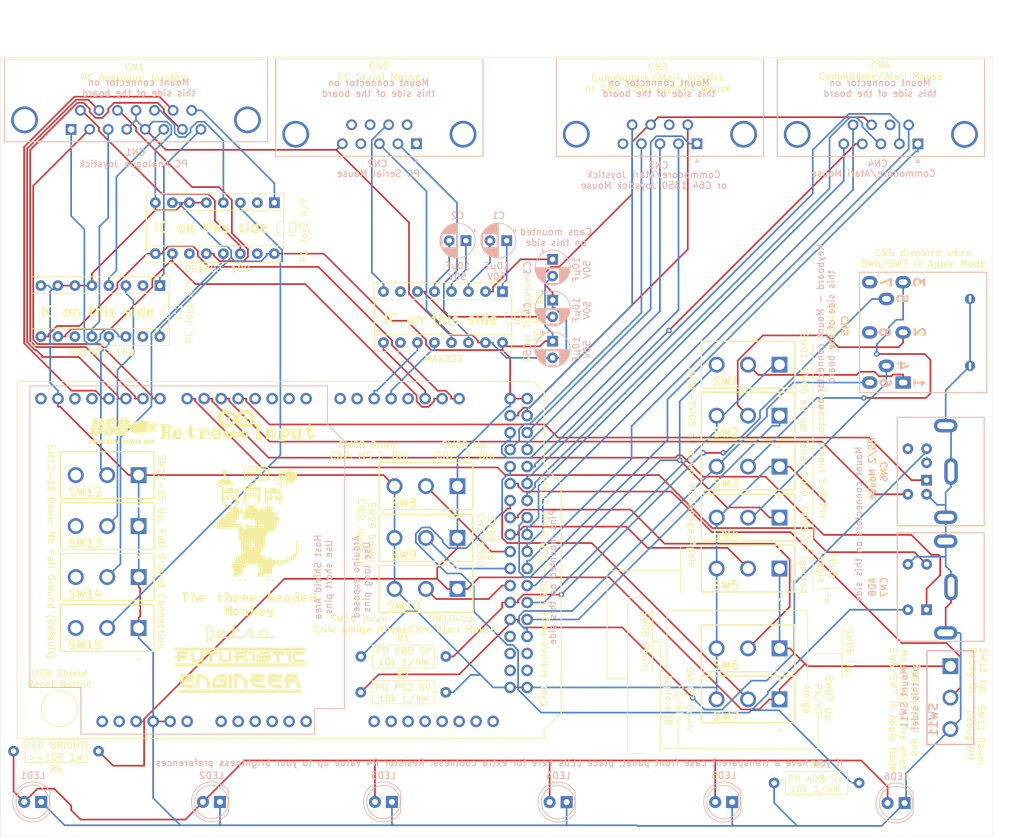
<source format=kicad_pcb>
(kicad_pcb (version 20171130) (host pcbnew "(5.1.9)-1")
  (layers (0 F.Cu signal) (31 B.Cu signal) (34 B.Paste user) (35 F.Paste user) (36 B.SilkS user) (37 F.SilkS user) (38 B.Mask user) (39 F.Mask user) (44 Edge.Cuts user))
  (net 0 "")
  (net 1 "Net-(C1-Pad1)")
  (net 2 "Net-(C1-Pad2)")
  (net 3 "Net-(C2-Pad2)")
  (net 4 "Net-(C2-Pad1)")
  (net 5 "Net-(C3-Pad1)")
  (net 6 "Net-(C4-Pad2)")
  (net 7 "Net-(CN2-Pad1)")
  (net 8 "Net-(CN2-Pad2)")
  (net 9 "Net-(CN2-Pad3)")
  (net 10 "Net-(CN2-Pad4)")
  (net 11 "Net-(CN2-Pad6)")
  (net 12 "Net-(CN2-Pad7)")
  (net 13 "Net-(CN2-Pad8)")
  (net 14 "Net-(CN2-Pad9)")
  (net 15 "Net-(IC1-Pad10)")
  (net 16 "Net-(IC1-Pad7)")
  (net 17 GND)
  (net 18 "Net-(CN5-Pad8)")
  (net 19 "Net-(CN5-Pad7)")
  (net 20 "Net-(CN5-Pad4)")
  (net 21 "Net-(CN5-Pad3)")
  (net 22 "Net-(CN5-Pad2)")
  (net 23 "Net-(CN5-Pad1)")
  (net 24 VCC)
  (net 25 "Net-(CN0-PadA0)")
  (net 26 "Net-(CN0-PadVIN)")
  (net 27 "Net-(CN0-Pad3V3)")
  (net 28 "Net-(CN0-PadD21)")
  (net 29 "Net-(CN0-PadD20)")
  (net 30 "Net-(CN0-PadD19)")
  (net 31 "Net-(CN0-PadD18)")
  (net 32 "Net-(CN0-PadD17)")
  (net 33 "Net-(CN0-PadD16)")
  (net 34 "Net-(CN0-PadD15)")
  (net 35 "Net-(CN0-PadD14)")
  (net 36 "Net-(CN0-PadD0)")
  (net 37 "Net-(CN0-PadD1)")
  (net 38 "Net-(CN0-PadD2)")
  (net 39 "Net-(CN0-PadD3)")
  (net 40 "Net-(CN0-PadD4)")
  (net 41 "Net-(CN0-PadD5)")
  (net 42 "Net-(CN0-PadD6)")
  (net 43 "Net-(CN0-PadD7)")
  (net 44 "Net-(CN0-PadD8)")
  (net 45 "Net-(CN0-PadD9)")
  (net 46 "Net-(CN0-PadD10)")
  (net 47 "Net-(CN0-PadAREF)")
  (net 48 "Net-(CN0-PadD13)")
  (net 49 "Net-(CN0-PadD12)")
  (net 50 "Net-(CN0-PadD11)")
  (net 51 "Net-(CN0-PadA1)")
  (net 52 "Net-(CN0-PadA2)")
  (net 53 "Net-(CN0-PadA3)")
  (net 54 "Net-(CN0-PadA4)")
  (net 55 "Net-(CN0-PadA5)")
  (net 56 "Net-(CN0-PadA8)")
  (net 57 "Net-(CN0-PadA9)")
  (net 58 "Net-(CN0-PadA10)")
  (net 59 "Net-(CN0-PadA11)")
  (net 60 "Net-(CN0-PadA12)")
  (net 61 "Net-(CN0-PadA13)")
  (net 62 "Net-(CN0-PadA14)")
  (net 63 "Net-(CN0-PadA15)")
  (net 64 "Net-(CN0-PadD22)")
  (net 65 "Net-(CN0-PadD23)")
  (net 66 "Net-(CN0-PadD24)")
  (net 67 "Net-(CN0-PadD25)")
  (net 68 "Net-(CN0-PadD26)")
  (net 69 "Net-(CN0-PadD27)")
  (net 70 "Net-(CN0-PadD28)")
  (net 71 "Net-(CN0-PadD29)")
  (net 72 "Net-(CN0-PadD30)")
  (net 73 "Net-(CN0-PadD31)")
  (net 74 "Net-(CN0-PadD32)")
  (net 75 "Net-(CN0-PadD33)")
  (net 76 "Net-(CN0-PadD34)")
  (net 77 "Net-(CN0-PadD35)")
  (net 78 "Net-(CN0-PadD36)")
  (net 79 "Net-(CN0-PadD37)")
  (net 80 "Net-(CN0-PadD38)")
  (net 81 "Net-(CN0-PadD39)")
  (net 82 "Net-(CN0-PadD40)")
  (net 83 "Net-(CN0-PadD41)")
  (net 84 "Net-(CN0-PadD42)")
  (net 85 "Net-(CN0-PadD43)")
  (net 86 "Net-(CN0-PadD44)")
  (net 87 "Net-(CN0-PadD45)")
  (net 88 "Net-(CN0-PadD46)")
  (net 89 "Net-(CN0-PadD47)")
  (net 90 "Net-(CN0-PadD48)")
  (net 91 "Net-(CN0-PadD49)")
  (net 92 "Net-(CN0-PadD50)")
  (net 93 "Net-(CN0-PadD51)")
  (net 94 "Net-(CN0-PadD52)")
  (net 95 "Net-(CN0-PadD53)")
  (net 96 "Net-(CN1-Pad1)")
  (net 97 "Net-(CN1-Pad3)")
  (net 98 "Net-(CN1-Pad6)")
  (net 99 "Net-(CN1-Pad8)")
  (net 100 "Net-(CN1-Pad9)")
  (net 101 "Net-(CN1-Pad11)")
  (net 102 "Net-(CN1-Pad13)")
  (net 103 "Net-(CN1-Pad15)")
  (net 104 "Net-(CN3-Pad7)")
  (net 105 "Net-(CN3-Pad5)")
  (net 106 "Net-(CN4-Pad7)")
  (net 107 "Net-(IC2-Pad15)")
  (net 108 "Net-(IC2-Pad13)")
  (net 109 "Net-(IC2-Pad11)")
  (net 110 "Net-(IC2-Pad3)")
  (net 111 "Net-(IC2-Pad2)")
  (net 112 "Net-(IC3-Pad2)")
  (net 113 "Net-(IC3-Pad3)")
  (net 114 "Net-(IC3-Pad11)")
  (net 115 "Net-(IC3-Pad13)")
  (net 116 "Net-(IC3-Pad15)")
  (net 117 "Net-(SW12-Pad3)")
  (net 118 "Net-(SW13-Pad3)")
  (net 119 "Net-(SW14-Pad3)")
  (net 120 "Net-(SW15-Pad3)")
  (net 121 "Net-(CN6-Pad2)")
  (net 122 "Net-(CN6-Pad6)")
  (net 123 "Net-(LED1-Pad2)")
  (module MountingHole:MountingHole_3.2mm_M3 (layer F.Cu) (at 127 132.08)
    (fp_text reference MH3)
    (fp_text value MountingHole_3.2mm_M3)
    (pad 1 np_thru_hole circle (at 0 0) (size 3.2 3.2) (drill 3.2) (layers *.Cu *.Mask))
  )
  (module Custom:Connector_Mini-DIN_Female_6Pin_2rows (layer B.Cu) (at 251.46 85.852 270)
    (fp_text reference CN6 (at -1.27 6.35 90) (layer B.SilkS) (effects (justify mirror)))
    (fp_text value Conn_01x07_Female)
    (pad 7 thru_hole oval (at -8.15 -2.85 270) (size 2 3.5) (drill oval 1 2.5) (layers *.Cu *.Mask) (net 17 GND))
    (pad 7 thru_hole oval (at 5.55 -2.85 270) (size 2 3.5) (drill oval 1 2.5) (layers *.Cu *.Mask) (net 17 GND))
    (pad 1 thru_hole rect (at 0 0 270) (size 1.6 1.6) (drill 0.8) (layers *.Cu *.Mask) (net 40 "Net-(CN0-PadD4)"))
    (pad 2 thru_hole circle (at -2.6 0 270) (size 1.6 1.6) (drill 0.8) (layers *.Cu *.Mask) (net 121 "Net-(CN6-Pad2)"))
    (pad 3 thru_hole circle (at 2.1 0 270) (size 1.6 1.6) (drill 0.8) (layers *.Cu *.Mask) (net 17 GND))
    (pad 4 thru_hole circle (at -4.7 0 270) (size 1.6 1.6) (drill 0.8) (layers *.Cu *.Mask) (net 88 "Net-(CN0-PadD46)"))
    (pad 5 thru_hole circle (at 2.1 2.8 270) (size 1.6 1.6) (drill 0.8) (layers *.Cu *.Mask) (net 41 "Net-(CN0-PadD5)"))
    (pad 6 thru_hole circle (at -4.7 2.8 270) (size 1.6 1.6) (drill 0.8) (layers *.Cu *.Mask) (net 122 "Net-(CN6-Pad6)"))
    (pad 7 thru_hole oval (at -1.3 -3.65 270) (size 4 2) (drill oval 3 1) (layers *.Cu *.Mask) (net 17 GND))
  )
  (module Custom:Connector_Mini-DIN_Female_4Pin_2rows (layer B.Cu) (at 251.46 103.124 270)
    (fp_text reference CN7 (at -1.27 6.35 270) (layer B.SilkS) (effects (justify mirror)))
    (fp_text value Conn_01x05_Female)
    (pad 5 thru_hole oval (at -1.3 -3.65 270) (size 4 2) (drill oval 3 1) (layers *.Cu *.Mask) (net 17 GND))
    (pad 4 thru_hole circle (at -4.7 2.8 270) (size 1.6 1.6) (drill 0.8) (layers *.Cu *.Mask) (net 17 GND))
    (pad 3 thru_hole circle (at 2.1 2.8 270) (size 1.6 1.6) (drill 0.8) (layers *.Cu *.Mask) (net 70 "Net-(CN0-PadD28)"))
    (pad 2 thru_hole circle (at -4.7 0 270) (size 1.6 1.6) (drill 0.8) (layers *.Cu *.Mask) (net 43 "Net-(CN0-PadD7)"))
    (pad 1 thru_hole rect (at 2.1 0 270) (size 1.6 1.6) (drill 0.8) (layers *.Cu *.Mask) (net 42 "Net-(CN0-PadD6)"))
    (pad 5 thru_hole oval (at 5.55 -2.85 270) (size 2 3.5) (drill oval 1 2.5) (layers *.Cu *.Mask) (net 17 GND))
    (pad 5 thru_hole oval (at -8.15 -2.85 270) (size 2 3.5) (drill oval 1 2.5) (layers *.Cu *.Mask) (net 17 GND))
  )
  (module LED_THT:LED_D5.0mm (layer B.Cu) (at 171.57 133.96 180)
    (fp_text reference LED3 (at 1.27 3.96) (layer B.SilkS) (effects (justify mirror)))
    (fp_text value LED)
    (pad 2 thru_hole circle (at 2.54 0 180) (size 1.8 1.8) (drill 0.9) (layers *.Cu *.Mask) (net 123 "Net-(LED1-Pad2)"))
    (pad 1 thru_hole rect (at 0 0 180) (size 1.8 1.8) (drill 0.9) (layers *.Cu *.Mask) (net 17 GND))
  )
  (module RetroArduInput:DIN8-270Print (layer B.Cu) (at 250.952 63.754 90)
    (fp_text reference CN5 (at 1.016 -11.684 90) (layer B.SilkS) (effects (justify mirror)))
    (fp_text value "8-Pin DIN")
    (pad 6 thru_hole oval (at -7.5 -8 90) (size 1.85 2.3) (drill oval 0.85 1.3) (layers *.Cu *.Mask) (net 91 "Net-(CN0-PadD49)"))
    (pad 7 thru_hole oval (at 7.5 -8 90) (size 1.85 2.3) (drill oval 0.85 1.3) (layers *.Cu *.Mask) (net 19 "Net-(CN5-Pad7)"))
    (pad 8 thru_hole oval (at 0 -8 90) (size 1.85 2.3) (drill oval 0.85 1.3) (layers *.Cu *.Mask) (net 18 "Net-(CN5-Pad8)"))
    (pad 1 thru_hole rect (at -7.5 -3 90) (size 1.85 2.3) (drill oval 0.85 1.3) (layers *.Cu *.Mask) (net 23 "Net-(CN5-Pad1)"))
    (pad 3 thru_hole oval (at 7.5 -3 90) (size 1.85 2.3) (drill oval 0.85 1.3) (layers *.Cu *.Mask) (net 21 "Net-(CN5-Pad3)"))
    (pad 2 thru_hole oval (at 0 -3 90) (size 1.85 2.3) (drill oval 0.85 1.3) (layers *.Cu *.Mask) (net 22 "Net-(CN5-Pad2)"))
    (pad 4 thru_hole oval (at -5 -5.5 90) (size 1.85 2.3) (drill oval 0.85 1.3) (layers *.Cu *.Mask) (net 20 "Net-(CN5-Pad4)"))
    (pad 5 thru_hole oval (at 5 -5.5 90) (size 1.85 2.3) (drill oval 0.85 1.3) (layers *.Cu *.Mask) (net 86 "Net-(CN0-PadD44)"))
    (pad GND thru_hole circle (at 5 7 90) (size 1.524 1.524) (drill oval 1.05 0.35) (layers *.Cu *.Mask) (net 17 GND))
    (pad GND thru_hole circle (at -5 7 90) (size 1.524 1.524) (drill oval 1.05 0.35) (layers *.Cu *.Mask) (net 17 GND))
  )
  (module "RetroArduInput:RFE Logo" (layer F.Cu) (at 148.844 112.268)
    (fp_text reference G_RFE hide)
    (fp_text value LOGO hide)
  )
  (module "RetroArduInput:Three-headed Monkey Logo" (layer F.Cu) (at 150.368 94.996)
    (fp_text reference G_MONKEY hide)
    (fp_text value LOGO hide)
  )
  (module "RetroArduInput:RetroArduInput Logo" (layer F.Cu) (at 143.256 78.232)
    (fp_text reference G_URAI hide)
    (fp_text value LOGO hide)
  )
  (module Arduino:Arduino_Mega2560_Shield_Reduced (layer F.Cu) (at 115.57 124.46)
    (fp_text reference CN0 (at 78.74 -6.35 90) (layer F.SilkS))
    (fp_text value "Arduino Mega2560+USB Host Shield")
    (pad A0 thru_hole oval (at 30.48 -2.54) (size 1.7272 1.7272) (drill 1.016) (layers *.Cu *.Mask) (net 25 "Net-(CN0-PadA0)"))
    (pad VIN thru_hole oval (at 25.4 -2.54) (size 1.7272 1.7272) (drill 1.016) (layers *.Cu *.Mask) (net 26 "Net-(CN0-PadVIN)"))
    (pad GND3 thru_hole oval (at 22.86 -2.54) (size 1.7272 1.7272) (drill 1.016) (layers *.Cu *.Mask) (net 17 GND))
    (pad GND2 thru_hole oval (at 20.32 -2.54) (size 1.7272 1.7272) (drill 1.016) (layers *.Cu *.Mask) (net 17 GND))
    (pad 5V1 thru_hole oval (at 17.78 -2.54) (size 1.7272 1.7272) (drill 1.016) (layers *.Cu *.Mask) (net 24 VCC))
    (pad 3V3 thru_hole oval (at 15.24 -2.54) (size 1.7272 1.7272) (drill 1.016) (layers *.Cu *.Mask) (net 27 "Net-(CN0-Pad3V3)"))
    (pad RST1 thru_hole oval (at 12.7 -2.54) (size 1.7272 1.7272) (drill 1.016) (layers *.Cu *.Mask))
    (pad D21 thru_hole oval (at 66.04 -50.8) (size 1.7272 1.7272) (drill 1.016) (layers *.Cu *.Mask) (net 28 "Net-(CN0-PadD21)"))
    (pad D20 thru_hole oval (at 63.5 -50.8) (size 1.7272 1.7272) (drill 1.016) (layers *.Cu *.Mask) (net 29 "Net-(CN0-PadD20)"))
    (pad D19 thru_hole oval (at 60.96 -50.8) (size 1.7272 1.7272) (drill 1.016) (layers *.Cu *.Mask) (net 30 "Net-(CN0-PadD19)"))
    (pad D18 thru_hole oval (at 58.42 -50.8) (size 1.7272 1.7272) (drill 1.016) (layers *.Cu *.Mask) (net 31 "Net-(CN0-PadD18)"))
    (pad D17 thru_hole oval (at 55.88 -50.8) (size 1.7272 1.7272) (drill 1.016) (layers *.Cu *.Mask) (net 32 "Net-(CN0-PadD17)"))
    (pad D16 thru_hole oval (at 53.34 -50.8) (size 1.7272 1.7272) (drill 1.016) (layers *.Cu *.Mask) (net 33 "Net-(CN0-PadD16)"))
    (pad D15 thru_hole oval (at 50.8 -50.8) (size 1.7272 1.7272) (drill 1.016) (layers *.Cu *.Mask) (net 34 "Net-(CN0-PadD15)"))
    (pad D14 thru_hole oval (at 48.26 -50.8) (size 1.7272 1.7272) (drill 1.016) (layers *.Cu *.Mask) (net 35 "Net-(CN0-PadD14)"))
    (pad D0 thru_hole oval (at 43.18 -50.8) (size 1.7272 1.7272) (drill 1.016) (layers *.Cu *.Mask) (net 36 "Net-(CN0-PadD0)"))
    (pad D1 thru_hole oval (at 40.64 -50.8) (size 1.7272 1.7272) (drill 1.016) (layers *.Cu *.Mask) (net 37 "Net-(CN0-PadD1)"))
    (pad D2 thru_hole oval (at 38.1 -50.8) (size 1.7272 1.7272) (drill 1.016) (layers *.Cu *.Mask) (net 38 "Net-(CN0-PadD2)"))
    (pad D3 thru_hole oval (at 35.56 -50.8) (size 1.7272 1.7272) (drill 1.016) (layers *.Cu *.Mask) (net 39 "Net-(CN0-PadD3)"))
    (pad D4 thru_hole oval (at 33.02 -50.8) (size 1.7272 1.7272) (drill 1.016) (layers *.Cu *.Mask) (net 40 "Net-(CN0-PadD4)"))
    (pad D5 thru_hole oval (at 30.48 -50.8) (size 1.7272 1.7272) (drill 1.016) (layers *.Cu *.Mask) (net 41 "Net-(CN0-PadD5)"))
    (pad D6 thru_hole oval (at 27.94 -50.8) (size 1.7272 1.7272) (drill 1.016) (layers *.Cu *.Mask) (net 42 "Net-(CN0-PadD6)"))
    (pad D7 thru_hole oval (at 25.4 -50.8) (size 1.7272 1.7272) (drill 1.016) (layers *.Cu *.Mask) (net 43 "Net-(CN0-PadD7)"))
    (pad GND1 thru_hole oval (at 6.096 -50.8) (size 1.7272 1.7272) (drill 1.016) (layers *.Cu *.Mask) (net 17 GND))
    (pad D8 thru_hole oval (at 21.336 -50.8) (size 1.7272 1.7272) (drill 1.016) (layers *.Cu *.Mask) (net 44 "Net-(CN0-PadD8)"))
    (pad D9 thru_hole oval (at 18.796 -50.8) (size 1.7272 1.7272) (drill 1.016) (layers *.Cu *.Mask) (net 45 "Net-(CN0-PadD9)"))
    (pad D10 thru_hole oval (at 16.256 -50.8) (size 1.7272 1.7272) (drill 1.016) (layers *.Cu *.Mask) (net 46 "Net-(CN0-PadD10)"))
    (pad "" np_thru_hole circle (at 45.72 -7.62) (size 3.2 3.2) (drill 3.2) (layers *.Cu *.Mask))
    (pad "" np_thru_hole circle (at 45.72 -35.56) (size 3.2 3.2) (drill 3.2) (layers *.Cu *.Mask))
    (pad "" np_thru_hole circle (at 69.85 -50.8) (size 3.2 3.2) (drill 3.2) (layers *.Cu *.Mask))
    (pad "" np_thru_hole circle (at 76.2 -2.54) (size 3.2 3.2) (drill 3.2) (layers *.Cu *.Mask))
    (pad "" np_thru_hole circle (at 6.35 -4.445) (size 3.2 3.2) (drill 3.2) (layers *.Cu *.Mask))
    (pad AREF thru_hole oval (at 3.556 -50.8) (size 1.7272 1.7272) (drill 1.016) (layers *.Cu *.Mask) (net 47 "Net-(CN0-PadAREF)"))
    (pad D13 thru_hole oval (at 8.636 -50.8) (size 1.7272 1.7272) (drill 1.016) (layers *.Cu *.Mask) (net 48 "Net-(CN0-PadD13)"))
    (pad D12 thru_hole oval (at 11.176 -50.8) (size 1.7272 1.7272) (drill 1.016) (layers *.Cu *.Mask) (net 49 "Net-(CN0-PadD12)"))
    (pad D11 thru_hole oval (at 13.716 -50.8) (size 1.7272 1.7272) (drill 1.016) (layers *.Cu *.Mask) (net 50 "Net-(CN0-PadD11)"))
    (pad A1 thru_hole oval (at 33.02 -2.54) (size 1.7272 1.7272) (drill 1.016) (layers *.Cu *.Mask) (net 51 "Net-(CN0-PadA1)"))
    (pad A2 thru_hole oval (at 35.56 -2.54) (size 1.7272 1.7272) (drill 1.016) (layers *.Cu *.Mask) (net 52 "Net-(CN0-PadA2)"))
    (pad A3 thru_hole oval (at 38.1 -2.54) (size 1.7272 1.7272) (drill 1.016) (layers *.Cu *.Mask) (net 53 "Net-(CN0-PadA3)"))
    (pad A4 thru_hole oval (at 40.64 -2.54) (size 1.7272 1.7272) (drill 1.016) (layers *.Cu *.Mask) (net 54 "Net-(CN0-PadA4)"))
    (pad A5 thru_hole oval (at 43.18 -2.54) (size 1.7272 1.7272) (drill 1.016) (layers *.Cu *.Mask) (net 55 "Net-(CN0-PadA5)"))
    (pad A8 thru_hole oval (at 53.34 -2.54) (size 1.7272 1.7272) (drill 1.016) (layers *.Cu *.Mask) (net 56 "Net-(CN0-PadA8)"))
    (pad A9 thru_hole oval (at 55.88 -2.54) (size 1.7272 1.7272) (drill 1.016) (layers *.Cu *.Mask) (net 57 "Net-(CN0-PadA9)"))
    (pad A10 thru_hole oval (at 58.42 -2.54) (size 1.7272 1.7272) (drill 1.016) (layers *.Cu *.Mask) (net 58 "Net-(CN0-PadA10)"))
    (pad A11 thru_hole oval (at 60.96 -2.54) (size 1.7272 1.7272) (drill 1.016) (layers *.Cu *.Mask) (net 59 "Net-(CN0-PadA11)"))
    (pad A12 thru_hole oval (at 63.5 -2.54) (size 1.7272 1.7272) (drill 1.016) (layers *.Cu *.Mask) (net 60 "Net-(CN0-PadA12)"))
    (pad A13 thru_hole oval (at 66.04 -2.54) (size 1.7272 1.7272) (drill 1.016) (layers *.Cu *.Mask) (net 61 "Net-(CN0-PadA13)"))
    (pad A14 thru_hole oval (at 68.58 -2.54) (size 1.7272 1.7272) (drill 1.016) (layers *.Cu *.Mask) (net 62 "Net-(CN0-PadA14)"))
    (pad A15 thru_hole oval (at 71.12 -2.54) (size 1.7272 1.7272) (drill 1.016) (layers *.Cu *.Mask) (net 63 "Net-(CN0-PadA15)"))
    (pad 5V3 thru_hole oval (at 73.66 -50.8) (size 1.7272 1.7272) (drill 1.016) (layers *.Cu *.Mask) (net 24 VCC))
    (pad 5V4 thru_hole oval (at 76.2 -50.8) (size 1.7272 1.7272) (drill 1.016) (layers *.Cu *.Mask) (net 24 VCC))
    (pad D22 thru_hole oval (at 73.66 -48.26) (size 1.7272 1.7272) (drill 1.016) (layers *.Cu *.Mask) (net 64 "Net-(CN0-PadD22)"))
    (pad D23 thru_hole oval (at 76.2 -48.26) (size 1.7272 1.7272) (drill 1.016) (layers *.Cu *.Mask) (net 65 "Net-(CN0-PadD23)"))
    (pad D24 thru_hole oval (at 73.66 -45.72) (size 1.7272 1.7272) (drill 1.016) (layers *.Cu *.Mask) (net 66 "Net-(CN0-PadD24)"))
    (pad D25 thru_hole oval (at 76.2 -45.72) (size 1.7272 1.7272) (drill 1.016) (layers *.Cu *.Mask) (net 67 "Net-(CN0-PadD25)"))
    (pad D26 thru_hole oval (at 73.66 -43.18) (size 1.7272 1.7272) (drill 1.016) (layers *.Cu *.Mask) (net 68 "Net-(CN0-PadD26)"))
    (pad D27 thru_hole oval (at 76.2 -43.18) (size 1.7272 1.7272) (drill 1.016) (layers *.Cu *.Mask) (net 69 "Net-(CN0-PadD27)"))
    (pad D28 thru_hole oval (at 73.66 -40.64) (size 1.7272 1.7272) (drill 1.016) (layers *.Cu *.Mask) (net 70 "Net-(CN0-PadD28)"))
    (pad D29 thru_hole oval (at 76.2 -40.64) (size 1.7272 1.7272) (drill 1.016) (layers *.Cu *.Mask) (net 71 "Net-(CN0-PadD29)"))
    (pad D30 thru_hole oval (at 73.66 -38.1) (size 1.7272 1.7272) (drill 1.016) (layers *.Cu *.Mask) (net 72 "Net-(CN0-PadD30)"))
    (pad D31 thru_hole oval (at 76.2 -38.1) (size 1.7272 1.7272) (drill 1.016) (layers *.Cu *.Mask) (net 73 "Net-(CN0-PadD31)"))
    (pad D32 thru_hole oval (at 73.66 -35.56) (size 1.7272 1.7272) (drill 1.016) (layers *.Cu *.Mask) (net 74 "Net-(CN0-PadD32)"))
    (pad D33 thru_hole oval (at 76.2 -35.56) (size 1.7272 1.7272) (drill 1.016) (layers *.Cu *.Mask) (net 75 "Net-(CN0-PadD33)"))
    (pad D34 thru_hole oval (at 73.66 -33.02) (size 1.7272 1.7272) (drill 1.016) (layers *.Cu *.Mask) (net 76 "Net-(CN0-PadD34)"))
    (pad D35 thru_hole oval (at 76.2 -33.02) (size 1.7272 1.7272) (drill 1.016) (layers *.Cu *.Mask) (net 77 "Net-(CN0-PadD35)"))
    (pad D36 thru_hole oval (at 73.66 -30.48) (size 1.7272 1.7272) (drill 1.016) (layers *.Cu *.Mask) (net 78 "Net-(CN0-PadD36)"))
    (pad D37 thru_hole oval (at 76.2 -30.48) (size 1.7272 1.7272) (drill 1.016) (layers *.Cu *.Mask) (net 79 "Net-(CN0-PadD37)"))
    (pad D38 thru_hole oval (at 73.66 -27.94) (size 1.7272 1.7272) (drill 1.016) (layers *.Cu *.Mask) (net 80 "Net-(CN0-PadD38)"))
    (pad D39 thru_hole oval (at 76.2 -27.94) (size 1.7272 1.7272) (drill 1.016) (layers *.Cu *.Mask) (net 81 "Net-(CN0-PadD39)"))
    (pad D40 thru_hole oval (at 73.66 -25.4) (size 1.7272 1.7272) (drill 1.016) (layers *.Cu *.Mask) (net 82 "Net-(CN0-PadD40)"))
    (pad D41 thru_hole oval (at 76.2 -25.4) (size 1.7272 1.7272) (drill 1.016) (layers *.Cu *.Mask) (net 83 "Net-(CN0-PadD41)"))
    (pad D42 thru_hole oval (at 73.66 -22.86) (size 1.7272 1.7272) (drill 1.016) (layers *.Cu *.Mask) (net 84 "Net-(CN0-PadD42)"))
    (pad D43 thru_hole oval (at 76.2 -22.86) (size 1.7272 1.7272) (drill 1.016) (layers *.Cu *.Mask) (net 85 "Net-(CN0-PadD43)"))
    (pad D44 thru_hole oval (at 73.66 -20.32) (size 1.7272 1.7272) (drill 1.016) (layers *.Cu *.Mask) (net 86 "Net-(CN0-PadD44)"))
    (pad D45 thru_hole oval (at 76.2 -20.32) (size 1.7272 1.7272) (drill 1.016) (layers *.Cu *.Mask) (net 87 "Net-(CN0-PadD45)"))
    (pad D46 thru_hole oval (at 73.66 -17.78) (size 1.7272 1.7272) (drill 1.016) (layers *.Cu *.Mask) (net 88 "Net-(CN0-PadD46)"))
    (pad D47 thru_hole oval (at 76.2 -17.78) (size 1.7272 1.7272) (drill 1.016) (layers *.Cu *.Mask) (net 89 "Net-(CN0-PadD47)"))
    (pad D48 thru_hole oval (at 73.66 -15.24) (size 1.7272 1.7272) (drill 1.016) (layers *.Cu *.Mask) (net 90 "Net-(CN0-PadD48)"))
    (pad D49 thru_hole oval (at 76.2 -15.24) (size 1.7272 1.7272) (drill 1.016) (layers *.Cu *.Mask) (net 91 "Net-(CN0-PadD49)"))
    (pad D50 thru_hole oval (at 73.66 -12.7) (size 1.7272 1.7272) (drill 1.016) (layers *.Cu *.Mask) (net 92 "Net-(CN0-PadD50)"))
    (pad D51 thru_hole oval (at 76.2 -12.7) (size 1.7272 1.7272) (drill 1.016) (layers *.Cu *.Mask) (net 93 "Net-(CN0-PadD51)"))
    (pad D52 thru_hole oval (at 73.66 -10.16) (size 1.7272 1.7272) (drill 1.016) (layers *.Cu *.Mask) (net 94 "Net-(CN0-PadD52)"))
    (pad D53 thru_hole oval (at 76.2 -10.16) (size 1.7272 1.7272) (drill 1.016) (layers *.Cu *.Mask) (net 95 "Net-(CN0-PadD53)"))
    (pad GND5 thru_hole oval (at 73.66 -7.62) (size 1.7272 1.7272) (drill 1.016) (layers *.Cu *.Mask) (net 17 GND))
    (pad GND6 thru_hole oval (at 76.2 -7.62) (size 1.7272 1.7272) (drill 1.016) (layers *.Cu *.Mask) (net 17 GND))
  )
  (module Connector_Dsub:DSUB-9_Female_Horizontal_P2.77x2.84mm_EdgePinOffset9.90mm_Housed_MountingHolesOffset11.32mm (layer B.Cu) (at 250.165 35.5727)
    (fp_text reference CN4 (at -6.0198 2.9337) (layer B.SilkS) (effects (justify mirror)))
    (fp_text value DB9_Female)
    (pad 0 thru_hole circle (at 6.96 -1.42) (size 4 4) (drill 3.2) (layers *.Cu *.Mask))
    (pad 0 thru_hole circle (at -18.04 -1.42) (size 4 4) (drill 3.2) (layers *.Cu *.Mask))
    (pad 9 thru_hole circle (at -9.695 -2.84) (size 1.6 1.6) (drill 1) (layers *.Cu *.Mask) (net 81 "Net-(CN0-PadD39)"))
    (pad 8 thru_hole circle (at -6.925 -2.84) (size 1.6 1.6) (drill 1) (layers *.Cu *.Mask) (net 17 GND))
    (pad 7 thru_hole circle (at -4.155 -2.84) (size 1.6 1.6) (drill 1) (layers *.Cu *.Mask) (net 106 "Net-(CN4-Pad7)"))
    (pad 6 thru_hole circle (at -1.385 -2.84) (size 1.6 1.6) (drill 1) (layers *.Cu *.Mask) (net 83 "Net-(CN0-PadD41)"))
    (pad 5 thru_hole circle (at -11.08 0) (size 1.6 1.6) (drill 1) (layers *.Cu *.Mask) (net 79 "Net-(CN0-PadD37)"))
    (pad 4 thru_hole circle (at -8.31 0) (size 1.6 1.6) (drill 1) (layers *.Cu *.Mask) (net 71 "Net-(CN0-PadD29)"))
    (pad 3 thru_hole circle (at -5.54 0) (size 1.6 1.6) (drill 1) (layers *.Cu *.Mask) (net 75 "Net-(CN0-PadD33)"))
    (pad 2 thru_hole circle (at -2.77 0) (size 1.6 1.6) (drill 1) (layers *.Cu *.Mask) (net 73 "Net-(CN0-PadD31)"))
    (pad 1 thru_hole rect (at 0 0) (size 1.6 1.6) (drill 1) (layers *.Cu *.Mask) (net 77 "Net-(CN0-PadD35)"))
  )
  (module Connector_Dsub:DSUB-9_Female_Horizontal_P2.77x2.84mm_EdgePinOffset9.90mm_Housed_MountingHolesOffset11.32mm (layer B.Cu) (at 217.157 35.5473)
    (fp_text reference CN3 (at -5.7658 3.2131) (layer B.SilkS) (effects (justify mirror)))
    (fp_text value DB9_Female)
    (pad 0 thru_hole circle (at 6.96 -1.42) (size 4 4) (drill 3.2) (layers *.Cu *.Mask))
    (pad 0 thru_hole circle (at -18.04 -1.42) (size 4 4) (drill 3.2) (layers *.Cu *.Mask))
    (pad 9 thru_hole circle (at -9.695 -2.84) (size 1.6 1.6) (drill 1) (layers *.Cu *.Mask) (net 65 "Net-(CN0-PadD23)"))
    (pad 8 thru_hole circle (at -6.925 -2.84) (size 1.6 1.6) (drill 1) (layers *.Cu *.Mask) (net 17 GND))
    (pad 7 thru_hole circle (at -4.155 -2.84) (size 1.6 1.6) (drill 1) (layers *.Cu *.Mask) (net 104 "Net-(CN3-Pad7)"))
    (pad 6 thru_hole circle (at -1.385 -2.84) (size 1.6 1.6) (drill 1) (layers *.Cu *.Mask) (net 64 "Net-(CN0-PadD22)"))
    (pad 5 thru_hole circle (at -11.08 0) (size 1.6 1.6) (drill 1) (layers *.Cu *.Mask) (net 105 "Net-(CN3-Pad5)"))
    (pad 4 thru_hole circle (at -8.31 0) (size 1.6 1.6) (drill 1) (layers *.Cu *.Mask) (net 68 "Net-(CN0-PadD26)"))
    (pad 3 thru_hole circle (at -5.54 0) (size 1.6 1.6) (drill 1) (layers *.Cu *.Mask) (net 69 "Net-(CN0-PadD27)"))
    (pad 2 thru_hole circle (at -2.77 0) (size 1.6 1.6) (drill 1) (layers *.Cu *.Mask) (net 66 "Net-(CN0-PadD24)"))
    (pad 1 thru_hole rect (at 0 0) (size 1.6 1.6) (drill 1) (layers *.Cu *.Mask) (net 67 "Net-(CN0-PadD25)"))
  )
  (module Connector_Dsub:DSUB-9_Female_Horizontal_P2.77x2.84mm_EdgePinOffset9.90mm_Housed_MountingHolesOffset11.32mm (layer B.Cu) (at 175.235 35.5473)
    (fp_text reference CN2 (at -5.842 2.9845) (layer B.SilkS) (effects (justify mirror)))
    (fp_text value DB9_Female)
    (pad 0 thru_hole circle (at 6.96 -1.42) (size 4 4) (drill 3.2) (layers *.Cu *.Mask))
    (pad 0 thru_hole circle (at -18.04 -1.42) (size 4 4) (drill 3.2) (layers *.Cu *.Mask))
    (pad 9 thru_hole circle (at -9.695 -2.84) (size 1.6 1.6) (drill 1) (layers *.Cu *.Mask) (net 14 "Net-(CN2-Pad9)"))
    (pad 8 thru_hole circle (at -6.925 -2.84) (size 1.6 1.6) (drill 1) (layers *.Cu *.Mask) (net 13 "Net-(CN2-Pad8)"))
    (pad 7 thru_hole circle (at -4.155 -2.84) (size 1.6 1.6) (drill 1) (layers *.Cu *.Mask) (net 12 "Net-(CN2-Pad7)"))
    (pad 6 thru_hole circle (at -1.385 -2.84) (size 1.6 1.6) (drill 1) (layers *.Cu *.Mask) (net 11 "Net-(CN2-Pad6)"))
    (pad 5 thru_hole circle (at -11.08 0) (size 1.6 1.6) (drill 1) (layers *.Cu *.Mask) (net 17 GND))
    (pad 4 thru_hole circle (at -8.31 0) (size 1.6 1.6) (drill 1) (layers *.Cu *.Mask) (net 10 "Net-(CN2-Pad4)"))
    (pad 3 thru_hole circle (at -5.54 0) (size 1.6 1.6) (drill 1) (layers *.Cu *.Mask) (net 9 "Net-(CN2-Pad3)"))
    (pad 2 thru_hole circle (at -2.77 0) (size 1.6 1.6) (drill 1) (layers *.Cu *.Mask) (net 8 "Net-(CN2-Pad2)"))
    (pad 1 thru_hole rect (at 0 0) (size 1.6 1.6) (drill 1) (layers *.Cu *.Mask) (net 7 "Net-(CN2-Pad1)"))
  )
  (module Package_DIP:DIP-16_W7.62mm_Socket (layer F.Cu) (at 188.087 57.658 270)
    (fp_text reference IC1 (at 3.81 -2.33 90) (layer F.SilkS))
    (fp_text value MAX232)
    (pad 16 thru_hole oval (at 7.62 0 270) (size 1.6 1.6) (drill 0.8) (layers *.Cu *.Mask) (net 24 VCC))
    (pad 8 thru_hole oval (at 0 17.78 270) (size 1.6 1.6) (drill 0.8) (layers *.Cu *.Mask) (net 12 "Net-(CN2-Pad7)"))
    (pad 15 thru_hole oval (at 7.62 2.54 270) (size 1.6 1.6) (drill 0.8) (layers *.Cu *.Mask) (net 17 GND))
    (pad 7 thru_hole oval (at 0 15.24 270) (size 1.6 1.6) (drill 0.8) (layers *.Cu *.Mask) (net 16 "Net-(IC1-Pad7)"))
    (pad 14 thru_hole oval (at 7.62 5.08 270) (size 1.6 1.6) (drill 0.8) (layers *.Cu *.Mask) (net 8 "Net-(CN2-Pad2)"))
    (pad 6 thru_hole oval (at 0 12.7 270) (size 1.6 1.6) (drill 0.8) (layers *.Cu *.Mask) (net 6 "Net-(C4-Pad2)"))
    (pad 13 thru_hole oval (at 7.62 7.62 270) (size 1.6 1.6) (drill 0.8) (layers *.Cu *.Mask) (net 9 "Net-(CN2-Pad3)"))
    (pad 5 thru_hole oval (at 0 10.16 270) (size 1.6 1.6) (drill 0.8) (layers *.Cu *.Mask) (net 3 "Net-(C2-Pad2)"))
    (pad 12 thru_hole oval (at 7.62 10.16 270) (size 1.6 1.6) (drill 0.8) (layers *.Cu *.Mask) (net 32 "Net-(CN0-PadD17)"))
    (pad 4 thru_hole oval (at 0 7.62 270) (size 1.6 1.6) (drill 0.8) (layers *.Cu *.Mask) (net 4 "Net-(C2-Pad1)"))
    (pad 11 thru_hole oval (at 7.62 12.7 270) (size 1.6 1.6) (drill 0.8) (layers *.Cu *.Mask) (net 33 "Net-(CN0-PadD16)"))
    (pad 3 thru_hole oval (at 0 5.08 270) (size 1.6 1.6) (drill 0.8) (layers *.Cu *.Mask) (net 2 "Net-(C1-Pad2)"))
    (pad 10 thru_hole oval (at 7.62 15.24 270) (size 1.6 1.6) (drill 0.8) (layers *.Cu *.Mask) (net 15 "Net-(IC1-Pad10)"))
    (pad 2 thru_hole oval (at 0 2.54 270) (size 1.6 1.6) (drill 0.8) (layers *.Cu *.Mask) (net 5 "Net-(C3-Pad1)"))
    (pad 9 thru_hole oval (at 7.62 17.78 270) (size 1.6 1.6) (drill 0.8) (layers *.Cu *.Mask) (net 30 "Net-(CN0-PadD19)"))
    (pad 1 thru_hole rect (at 0 0 270) (size 1.6 1.6) (drill 0.8) (layers *.Cu *.Mask) (net 1 "Net-(C1-Pad1)"))
  )
  (module Package_DIP:DIP-16_W7.62mm_Socket (layer F.Cu) (at 154 44.3611 270)
    (fp_text reference IC3 (at 3.9243 -2.7813 90) (layer F.SilkS))
    (fp_text value DS18030-100+ hide)
    (pad 16 thru_hole oval (at 7.62 0 270) (size 1.6 1.6) (drill 0.8) (layers *.Cu *.Mask) (net 24 VCC))
    (pad 8 thru_hole oval (at 0 17.78 270) (size 1.6 1.6) (drill 0.8) (layers *.Cu *.Mask) (net 17 GND))
    (pad 15 thru_hole oval (at 7.62 2.54 270) (size 1.6 1.6) (drill 0.8) (layers *.Cu *.Mask) (net 116 "Net-(IC3-Pad15)"))
    (pad 7 thru_hole oval (at 0 15.24 270) (size 1.6 1.6) (drill 0.8) (layers *.Cu *.Mask) (net 24 VCC))
    (pad 14 thru_hole oval (at 7.62 5.08 270) (size 1.6 1.6) (drill 0.8) (layers *.Cu *.Mask) (net 100 "Net-(CN1-Pad9)"))
    (pad 6 thru_hole oval (at 0 12.7 270) (size 1.6 1.6) (drill 0.8) (layers *.Cu *.Mask) (net 17 GND))
    (pad 13 thru_hole oval (at 7.62 7.62 270) (size 1.6 1.6) (drill 0.8) (layers *.Cu *.Mask) (net 115 "Net-(IC3-Pad13)"))
    (pad 5 thru_hole oval (at 0 10.16 270) (size 1.6 1.6) (drill 0.8) (layers *.Cu *.Mask) (net 17 GND))
    (pad 12 thru_hole oval (at 7.62 10.16 270) (size 1.6 1.6) (drill 0.8) (layers *.Cu *.Mask) (net 101 "Net-(CN1-Pad11)"))
    (pad 4 thru_hole oval (at 0 7.62 270) (size 1.6 1.6) (drill 0.8) (layers *.Cu *.Mask) (net 102 "Net-(CN1-Pad13)"))
    (pad 11 thru_hole oval (at 7.62 12.7 270) (size 1.6 1.6) (drill 0.8) (layers *.Cu *.Mask) (net 114 "Net-(IC3-Pad11)"))
    (pad 3 thru_hole oval (at 0 5.08 270) (size 1.6 1.6) (drill 0.8) (layers *.Cu *.Mask) (net 113 "Net-(IC3-Pad3)"))
    (pad 10 thru_hole oval (at 7.62 15.24 270) (size 1.6 1.6) (drill 0.8) (layers *.Cu *.Mask) (net 29 "Net-(CN0-PadD20)"))
    (pad 2 thru_hole oval (at 0 2.54 270) (size 1.6 1.6) (drill 0.8) (layers *.Cu *.Mask) (net 112 "Net-(IC3-Pad2)"))
    (pad 9 thru_hole oval (at 7.62 17.78 270) (size 1.6 1.6) (drill 0.8) (layers *.Cu *.Mask) (net 28 "Net-(CN0-PadD21)"))
    (pad 1 thru_hole rect (at 0 0 270) (size 1.6 1.6) (drill 0.8) (layers *.Cu *.Mask) (net 103 "Net-(CN1-Pad15)"))
  )
  (module Package_DIP:DIP-16_W7.62mm_Socket (layer F.Cu) (at 136.893 56.7563 270)
    (fp_text reference IC2 (at 3.8608 -2.8321 90) (layer F.SilkS))
    (fp_text value DS18030-100+ hide)
    (pad 16 thru_hole oval (at 7.62 0 270) (size 1.6 1.6) (drill 0.8) (layers *.Cu *.Mask) (net 24 VCC))
    (pad 8 thru_hole oval (at 0 17.78 270) (size 1.6 1.6) (drill 0.8) (layers *.Cu *.Mask) (net 17 GND))
    (pad 15 thru_hole oval (at 7.62 2.54 270) (size 1.6 1.6) (drill 0.8) (layers *.Cu *.Mask) (net 107 "Net-(IC2-Pad15)"))
    (pad 7 thru_hole oval (at 0 15.24 270) (size 1.6 1.6) (drill 0.8) (layers *.Cu *.Mask) (net 17 GND))
    (pad 14 thru_hole oval (at 7.62 5.08 270) (size 1.6 1.6) (drill 0.8) (layers *.Cu *.Mask) (net 96 "Net-(CN1-Pad1)"))
    (pad 6 thru_hole oval (at 0 12.7 270) (size 1.6 1.6) (drill 0.8) (layers *.Cu *.Mask) (net 17 GND))
    (pad 13 thru_hole oval (at 7.62 7.62 270) (size 1.6 1.6) (drill 0.8) (layers *.Cu *.Mask) (net 108 "Net-(IC2-Pad13)"))
    (pad 5 thru_hole oval (at 0 10.16 270) (size 1.6 1.6) (drill 0.8) (layers *.Cu *.Mask) (net 17 GND))
    (pad 12 thru_hole oval (at 7.62 10.16 270) (size 1.6 1.6) (drill 0.8) (layers *.Cu *.Mask) (net 97 "Net-(CN1-Pad3)"))
    (pad 4 thru_hole oval (at 0 7.62 270) (size 1.6 1.6) (drill 0.8) (layers *.Cu *.Mask) (net 98 "Net-(CN1-Pad6)"))
    (pad 11 thru_hole oval (at 7.62 12.7 270) (size 1.6 1.6) (drill 0.8) (layers *.Cu *.Mask) (net 109 "Net-(IC2-Pad11)"))
    (pad 3 thru_hole oval (at 0 5.08 270) (size 1.6 1.6) (drill 0.8) (layers *.Cu *.Mask) (net 110 "Net-(IC2-Pad3)"))
    (pad 10 thru_hole oval (at 7.62 15.24 270) (size 1.6 1.6) (drill 0.8) (layers *.Cu *.Mask) (net 29 "Net-(CN0-PadD20)"))
    (pad 2 thru_hole oval (at 0 2.54 270) (size 1.6 1.6) (drill 0.8) (layers *.Cu *.Mask) (net 111 "Net-(IC2-Pad2)"))
    (pad 9 thru_hole oval (at 7.62 17.78 270) (size 1.6 1.6) (drill 0.8) (layers *.Cu *.Mask) (net 28 "Net-(CN0-PadD21)"))
    (pad 1 thru_hole rect (at 0 0 270) (size 1.6 1.6) (drill 0.8) (layers *.Cu *.Mask) (net 99 "Net-(CN1-Pad8)"))
  )
  (module MountingHole:MountingHole_3.2mm_M3 (layer F.Cu) (at 256.54 132.08)
    (fp_text reference MH4)
    (fp_text value MountingHole_3.2mm_M3)
    (pad 1 np_thru_hole circle (at 0 0) (size 3.2 3.2) (drill 3.2) (layers *.Cu *.Mask))
  )
  (module MountingHole:MountingHole_3.2mm_M3 (layer F.Cu) (at 127 45.72)
    (fp_text reference MH1)
    (fp_text value MountingHole_3.2mm_M3)
    (pad 1 np_thru_hole circle (at 0 0) (size 3.2 3.2) (drill 3.2) (layers *.Cu *.Mask))
  )
  (module MountingHole:MountingHole_3.2mm_M3 (layer F.Cu) (at 256.54 45.72)
    (fp_text reference MH2)
    (fp_text value MountingHole_3.2mm_M3)
    (pad 1 np_thru_hole circle (at 0 0) (size 3.2 3.2) (drill 3.2) (layers *.Cu *.Mask))
  )
  (module Capacitor_THT:CP_Radial_D5.0mm_P2.50mm (layer B.Cu) (at 188.722 50.038 180)
    (fp_text reference C1 (at 1.25 3.75) (layer B.SilkS) (effects (justify mirror)))
    (fp_text value "10μF 50V")
    (pad 1 thru_hole rect (at 0 0 180) (size 1.6 1.6) (drill 0.8) (layers *.Cu *.Mask) (net 1 "Net-(C1-Pad1)"))
    (pad 2 thru_hole circle (at 2.5 0 180) (size 1.6 1.6) (drill 0.8) (layers *.Cu *.Mask) (net 2 "Net-(C1-Pad2)"))
  )
  (module Capacitor_THT:CP_Radial_D5.0mm_P2.50mm (layer B.Cu) (at 182.626 50.038 180)
    (fp_text reference C2 (at 1.25 3.75) (layer B.SilkS) (effects (justify mirror)))
    (fp_text value "10μF 50V")
    (pad 2 thru_hole circle (at 2.5 0 180) (size 1.6 1.6) (drill 0.8) (layers *.Cu *.Mask) (net 3 "Net-(C2-Pad2)"))
    (pad 1 thru_hole rect (at 0 0 180) (size 1.6 1.6) (drill 0.8) (layers *.Cu *.Mask) (net 4 "Net-(C2-Pad1)"))
  )
  (module Capacitor_THT:CP_Radial_D5.0mm_P2.50mm (layer B.Cu) (at 195.58 58.928 270)
    (fp_text reference C4 (at 1.25 3.75 270) (layer B.SilkS) (effects (justify mirror)))
    (fp_text value "10μF 50V")
    (pad 2 thru_hole circle (at 2.5 0 270) (size 1.6 1.6) (drill 0.8) (layers *.Cu *.Mask) (net 6 "Net-(C4-Pad2)"))
    (pad 1 thru_hole rect (at 0 0 270) (size 1.6 1.6) (drill 0.8) (layers *.Cu *.Mask) (net 17 GND))
  )
  (module Capacitor_THT:CP_Radial_D5.0mm_P2.50mm (layer B.Cu) (at 195.58 65.064 270)
    (fp_text reference C5 (at 1.25 3.75 270) (layer B.SilkS) (effects (justify mirror)))
    (fp_text value "10μF 50V")
    (pad 1 thru_hole rect (at 0 0 270) (size 1.6 1.6) (drill 0.8) (layers *.Cu *.Mask) (net 24 VCC))
    (pad 2 thru_hole circle (at 2.5 0 270) (size 1.6 1.6) (drill 0.8) (layers *.Cu *.Mask) (net 17 GND))
  )
  (module SamacSys:CS12ANW03 (layer F.Cu) (at 224.79 68.58 90)
    (fp_text reference SW1 (at -2.54 -3.302) (layer F.SilkS) (effects (font (size 1.27 1.27) (thickness 0.254))))
    (fp_text value "Switch 1xOn-On" hide)
    (pad 1 thru_hole rect (at 0 4.7 90) (size 2.37 2.37) (drill 1.6) (layers *.Cu *.Mask) (net 87 "Net-(CN0-PadD45)"))
    (pad 2 thru_hole circle (at 0 0 90) (size 2.37 2.37) (drill 1.6) (layers *.Cu *.Mask) (net 23 "Net-(CN5-Pad1)"))
    (pad 3 thru_hole circle (at 0 -4.7 90) (size 2.37 2.37) (drill 1.6) (layers *.Cu *.Mask) (net 85 "Net-(CN0-PadD43)"))
  )
  (module SamacSys:CS12ANW03 (layer F.Cu) (at 224.79 76.2 90)
    (fp_text reference SW2 (at -2.54 -3.302) (layer F.SilkS) (effects (font (size 1.27 1.27) (thickness 0.254))))
    (fp_text value "Switch 1xOn-On" hide)
    (pad 3 thru_hole circle (at 0 -4.7 90) (size 2.37 2.37) (drill 1.6) (layers *.Cu *.Mask) (net 87 "Net-(CN0-PadD45)"))
    (pad 2 thru_hole circle (at 0 0 90) (size 2.37 2.37) (drill 1.6) (layers *.Cu *.Mask) (net 22 "Net-(CN5-Pad2)"))
    (pad 1 thru_hole rect (at 0 4.7 90) (size 2.37 2.37) (drill 1.6) (layers *.Cu *.Mask) (net 89 "Net-(CN0-PadD47)"))
  )
  (module SamacSys:CS12ANW03 (layer F.Cu) (at 224.79 83.82 90)
    (fp_text reference SW3 (at -2.54 -3.302) (layer F.SilkS) (effects (font (size 1.27 1.27) (thickness 0.254))))
    (fp_text value "Switch 1xOn-On" hide)
    (pad 1 thru_hole rect (at 0 4.7 90) (size 2.37 2.37) (drill 1.6) (layers *.Cu *.Mask) (net 17 GND))
    (pad 2 thru_hole circle (at 0 0 90) (size 2.37 2.37) (drill 1.6) (layers *.Cu *.Mask) (net 21 "Net-(CN5-Pad3)"))
    (pad 3 thru_hole circle (at 0 -4.7 90) (size 2.37 2.37) (drill 1.6) (layers *.Cu *.Mask) (net 91 "Net-(CN0-PadD49)"))
  )
  (module SamacSys:CS12ANW03 (layer F.Cu) (at 224.79 91.44 90)
    (fp_text reference SW4 (at -2.54 -3.302) (layer F.SilkS) (effects (font (size 1.27 1.27) (thickness 0.254))))
    (fp_text value "Switch 1xOn-On" hide)
    (pad 3 thru_hole circle (at 0 -4.7 90) (size 2.37 2.37) (drill 1.6) (layers *.Cu *.Mask) (net 17 GND))
    (pad 2 thru_hole circle (at 0 0 90) (size 2.37 2.37) (drill 1.6) (layers *.Cu *.Mask) (net 20 "Net-(CN5-Pad4)"))
    (pad 1 thru_hole rect (at 0 4.7 90) (size 2.37 2.37) (drill 1.6) (layers *.Cu *.Mask) (net 85 "Net-(CN0-PadD43)"))
  )
  (module SamacSys:CS12ANW03 (layer F.Cu) (at 224.79 110.998 90)
    (fp_text reference SW6 (at -2.54 -3.302) (layer F.SilkS) (effects (font (size 1.27 1.27) (thickness 0.254))))
    (fp_text value "Switch 1xOn-On" hide)
    (pad 3 thru_hole circle (at 0 -4.7 90) (size 2.37 2.37) (drill 1.6) (layers *.Cu *.Mask) (net 17 GND))
    (pad 2 thru_hole circle (at 0 0 90) (size 2.37 2.37) (drill 1.6) (layers *.Cu *.Mask) (net 76 "Net-(CN0-PadD34)"))
    (pad 1 thru_hole rect (at 0 4.7 90) (size 2.37 2.37) (drill 1.6) (layers *.Cu *.Mask) (net 24 VCC))
  )
  (module SamacSys:CS12ANW03 (layer F.Cu) (at 224.79 118.618 90)
    (fp_text reference SW7 (at -2.54 -3.302) (layer F.SilkS) (effects (font (size 1.27 1.27) (thickness 0.254))))
    (fp_text value "Switch 1xOn-On" hide)
    (pad 1 thru_hole rect (at 0 4.7 90) (size 2.37 2.37) (drill 1.6) (layers *.Cu *.Mask) (net 24 VCC))
    (pad 2 thru_hole circle (at 0 0 90) (size 2.37 2.37) (drill 1.6) (layers *.Cu *.Mask) (net 74 "Net-(CN0-PadD32)"))
    (pad 3 thru_hole circle (at 0 -4.7 90) (size 2.37 2.37) (drill 1.6) (layers *.Cu *.Mask) (net 17 GND))
  )
  (module SamacSys:CS12ANW03 (layer F.Cu) (at 176.657 86.741 90)
    (fp_text reference SW8 (at -2.54 -3.302) (layer F.SilkS) (effects (font (size 1.27 1.27) (thickness 0.254))))
    (fp_text value "Switch 1xOn-On" hide)
    (pad 3 thru_hole circle (at 0 -4.7 90) (size 2.37 2.37) (drill 1.6) (layers *.Cu *.Mask) (net 17 GND))
    (pad 2 thru_hole circle (at 0 0 90) (size 2.37 2.37) (drill 1.6) (layers *.Cu *.Mask) (net 80 "Net-(CN0-PadD38)"))
    (pad 1 thru_hole rect (at 0 4.7 90) (size 2.37 2.37) (drill 1.6) (layers *.Cu *.Mask) (net 24 VCC))
  )
  (module SamacSys:CS12ANW03 (layer F.Cu) (at 176.657 94.488 90)
    (fp_text reference SW9 (at -2.54 -3.302) (layer F.SilkS) (effects (font (size 1.27 1.27) (thickness 0.254))))
    (fp_text value "Switch 1xOn-On" hide)
    (pad 1 thru_hole rect (at 0 4.7 90) (size 2.37 2.37) (drill 1.6) (layers *.Cu *.Mask) (net 24 VCC))
    (pad 2 thru_hole circle (at 0 0 90) (size 2.37 2.37) (drill 1.6) (layers *.Cu *.Mask) (net 82 "Net-(CN0-PadD40)"))
    (pad 3 thru_hole circle (at 0 -4.7 90) (size 2.37 2.37) (drill 1.6) (layers *.Cu *.Mask) (net 17 GND))
  )
  (module SamacSys:CS12ANW03 (layer F.Cu) (at 176.657 102.108 90)
    (fp_text reference SW10 (at -2.54 -3.302) (layer F.SilkS) (effects (font (size 1.27 1.27) (thickness 0.254))))
    (fp_text value "Switch 1xOn-On" hide)
    (pad 3 thru_hole circle (at 0 -4.7 90) (size 2.37 2.37) (drill 1.6) (layers *.Cu *.Mask) (net 17 GND))
    (pad 2 thru_hole circle (at 0 0 90) (size 2.37 2.37) (drill 1.6) (layers *.Cu *.Mask) (net 84 "Net-(CN0-PadD42)"))
    (pad 1 thru_hole rect (at 0 4.7 90) (size 2.37 2.37) (drill 1.6) (layers *.Cu *.Mask) (net 24 VCC))
  )
  (module SamacSys:CS12ANW03 (layer B.Cu) (at 255.016 118.364)
    (fp_text reference SW11 (at -2.54 3.302 -270) (layer B.SilkS) (effects (font (size 1.27 1.27) (thickness 0.254)) (justify mirror)))
    (fp_text value "Switch 1xOn-On" hide)
    (pad 1 thru_hole rect (at 0 -4.7) (size 2.37 2.37) (drill 1.6) (layers *.Cu *.Mask) (net 24 VCC))
    (pad 2 thru_hole circle (at 0 0) (size 2.37 2.37) (drill 1.6) (layers *.Cu *.Mask) (net 72 "Net-(CN0-PadD30)"))
    (pad 3 thru_hole circle (at 0 4.7) (size 2.37 2.37) (drill 1.6) (layers *.Cu *.Mask) (net 17 GND))
  )
  (module Connector_Dsub:DSUB-15_Male_Horizontal_P2.77x2.84mm_EdgePinOffset7.70mm_Housed_MountingHolesOffset9.12mm (layer B.Cu) (at 123.634 33.401)
    (fp_text reference CN1 (at 9.5885 3.429) (layer B.SilkS) (effects (justify mirror)))
    (fp_text value DB15_Male)
    (pad 1 thru_hole rect (at 0 0) (size 1.6 1.6) (drill 1) (layers *.Cu *.Mask) (net 96 "Net-(CN1-Pad1)"))
    (pad 2 thru_hole circle (at 2.77 0) (size 1.6 1.6) (drill 1) (layers *.Cu *.Mask) (net 44 "Net-(CN0-PadD8)"))
    (pad 3 thru_hole circle (at 5.54 0) (size 1.6 1.6) (drill 1) (layers *.Cu *.Mask) (net 97 "Net-(CN1-Pad3)"))
    (pad 4 thru_hole circle (at 8.31 0) (size 1.6 1.6) (drill 1) (layers *.Cu *.Mask) (net 17 GND))
    (pad 5 thru_hole circle (at 11.08 0) (size 1.6 1.6) (drill 1) (layers *.Cu *.Mask) (net 17 GND))
    (pad 6 thru_hole circle (at 13.85 0) (size 1.6 1.6) (drill 1) (layers *.Cu *.Mask) (net 98 "Net-(CN1-Pad6)"))
    (pad 7 thru_hole circle (at 16.62 0) (size 1.6 1.6) (drill 1) (layers *.Cu *.Mask) (net 45 "Net-(CN0-PadD9)"))
    (pad 8 thru_hole circle (at 19.39 0) (size 1.6 1.6) (drill 1) (layers *.Cu *.Mask) (net 99 "Net-(CN1-Pad8)"))
    (pad 9 thru_hole circle (at 1.385 -2.84) (size 1.6 1.6) (drill 1) (layers *.Cu *.Mask) (net 100 "Net-(CN1-Pad9)"))
    (pad 10 thru_hole circle (at 4.155 -2.84) (size 1.6 1.6) (drill 1) (layers *.Cu *.Mask) (net 46 "Net-(CN0-PadD10)"))
    (pad 11 thru_hole circle (at 6.925 -2.84) (size 1.6 1.6) (drill 1) (layers *.Cu *.Mask) (net 101 "Net-(CN1-Pad11)"))
    (pad 12 thru_hole circle (at 9.695 -2.84) (size 1.6 1.6) (drill 1) (layers *.Cu *.Mask) (net 17 GND))
    (pad 13 thru_hole circle (at 12.465 -2.84) (size 1.6 1.6) (drill 1) (layers *.Cu *.Mask) (net 102 "Net-(CN1-Pad13)"))
    (pad 14 thru_hole circle (at 15.235 -2.84) (size 1.6 1.6) (drill 1) (layers *.Cu *.Mask) (net 50 "Net-(CN0-PadD11)"))
    (pad 15 thru_hole circle (at 18.005 -2.84) (size 1.6 1.6) (drill 1) (layers *.Cu *.Mask) (net 103 "Net-(CN1-Pad15)"))
    (pad 0 thru_hole circle (at -6.955 -1.42) (size 4 4) (drill 3.2) (layers *.Cu *.Mask))
    (pad 0 thru_hole circle (at 26.345 -1.42) (size 4 4) (drill 3.2) (layers *.Cu *.Mask))
  )
  (module SamacSys:CS12ANW03 (layer F.Cu) (at 224.79 99.06 90)
    (fp_text reference SW5 (at -2.54 -3.302) (layer F.SilkS) (effects (font (size 1.27 1.27) (thickness 0.254))))
    (fp_text value "Switch 1xOn-On" hide)
    (pad 1 thru_hole rect (at 0 4.7 90) (size 2.37 2.37) (drill 1.6) (layers *.Cu *.Mask) (net 24 VCC))
    (pad 2 thru_hole circle (at 0 0 90) (size 2.37 2.37) (drill 1.6) (layers *.Cu *.Mask) (net 78 "Net-(CN0-PadD36)"))
    (pad 3 thru_hole circle (at 0 -4.7 90) (size 2.37 2.37) (drill 1.6) (layers *.Cu *.Mask) (net 17 GND))
  )
  (module SamacSys:CS12ANW03 (layer F.Cu) (at 129.02 85.09 90)
    (fp_text reference SW12 (at -2.54 -3.302) (layer F.SilkS) (effects (font (size 1.27 1.27) (thickness 0.254))))
    (fp_text value "Switch 1xOn-On" hide)
    (pad 3 thru_hole circle (at 0 -4.7 90) (size 2.37 2.37) (drill 1.6) (layers *.Cu *.Mask) (net 117 "Net-(SW12-Pad3)"))
    (pad 2 thru_hole circle (at 0 0 90) (size 2.37 2.37) (drill 1.6) (layers *.Cu *.Mask) (net 108 "Net-(IC2-Pad13)"))
    (pad 1 thru_hole rect (at 0 4.7 90) (size 2.37 2.37) (drill 1.6) (layers *.Cu *.Mask) (net 17 GND))
  )
  (module SamacSys:CS12ANW03 (layer F.Cu) (at 129.02 92.71 90)
    (fp_text reference SW13 (at -2.54 -3.302) (layer F.SilkS) (effects (font (size 1.27 1.27) (thickness 0.254))))
    (fp_text value "Switch 1xOn-On" hide)
    (pad 3 thru_hole circle (at 0 -4.7 90) (size 2.37 2.37) (drill 1.6) (layers *.Cu *.Mask) (net 118 "Net-(SW13-Pad3)"))
    (pad 2 thru_hole circle (at 0 0 90) (size 2.37 2.37) (drill 1.6) (layers *.Cu *.Mask) (net 110 "Net-(IC2-Pad3)"))
    (pad 1 thru_hole rect (at 0 4.7 90) (size 2.37 2.37) (drill 1.6) (layers *.Cu *.Mask) (net 17 GND))
  )
  (module SamacSys:CS12ANW03 (layer F.Cu) (at 129.032 100.33 90)
    (fp_text reference SW14 (at -2.54 -3.302) (layer F.SilkS) (effects (font (size 1.27 1.27) (thickness 0.254))))
    (fp_text value "Switch 1xOn-On" hide)
    (pad 1 thru_hole rect (at 0 4.7 90) (size 2.37 2.37) (drill 1.6) (layers *.Cu *.Mask) (net 17 GND))
    (pad 2 thru_hole circle (at 0 0 90) (size 2.37 2.37) (drill 1.6) (layers *.Cu *.Mask) (net 115 "Net-(IC3-Pad13)"))
    (pad 3 thru_hole circle (at 0 -4.7 90) (size 2.37 2.37) (drill 1.6) (layers *.Cu *.Mask) (net 119 "Net-(SW14-Pad3)"))
  )
  (module SamacSys:CS12ANW03 (layer F.Cu) (at 129.02 107.95 90)
    (fp_text reference SW15 (at -2.54 -3.302) (layer F.SilkS) (effects (font (size 1.27 1.27) (thickness 0.254))))
    (fp_text value "Switch 1xOn-On" hide)
    (pad 1 thru_hole rect (at 0 4.7 90) (size 2.37 2.37) (drill 1.6) (layers *.Cu *.Mask) (net 17 GND))
    (pad 2 thru_hole circle (at 0 0 90) (size 2.37 2.37) (drill 1.6) (layers *.Cu *.Mask) (net 113 "Net-(IC3-Pad3)"))
    (pad 3 thru_hole circle (at 0 -4.7 90) (size 2.37 2.37) (drill 1.6) (layers *.Cu *.Mask) (net 120 "Net-(SW15-Pad3)"))
  )
  (module Capacitor_THT:CP_Radial_D5.0mm_P2.50mm (layer B.Cu) (at 195.58 52.832 270)
    (fp_text reference C3 (at 1.25 3.75 270) (layer B.SilkS) (effects (justify mirror)))
    (fp_text value "10μF 50V")
    (pad 1 thru_hole rect (at 0 0 270) (size 1.6 1.6) (drill 0.8) (layers *.Cu *.Mask) (net 5 "Net-(C3-Pad1)"))
    (pad 2 thru_hole circle (at 2.5 0 270) (size 1.6 1.6) (drill 0.8) (layers *.Cu *.Mask) (net 24 VCC))
  )
  (module LED_THT:LED_D5.0mm (layer B.Cu) (at 119.16 133.96 180)
    (fp_text reference LED1 (at 1.27 3.96) (layer B.SilkS) (effects (justify mirror)))
    (fp_text value LED)
    (pad 2 thru_hole circle (at 2.54 0 180) (size 1.8 1.8) (drill 0.9) (layers *.Cu *.Mask) (net 123 "Net-(LED1-Pad2)"))
    (pad 1 thru_hole rect (at 0 0 180) (size 1.8 1.8) (drill 0.9) (layers *.Cu *.Mask) (net 17 GND))
  )
  (module LED_THT:LED_D5.0mm (layer B.Cu) (at 145.87 133.96 180)
    (fp_text reference LED2 (at 1.27 3.96) (layer B.SilkS) (effects (justify mirror)))
    (fp_text value LED)
    (pad 1 thru_hole rect (at 0 0 180) (size 1.8 1.8) (drill 0.9) (layers *.Cu *.Mask) (net 17 GND))
    (pad 2 thru_hole circle (at 2.54 0 180) (size 1.8 1.8) (drill 0.9) (layers *.Cu *.Mask) (net 123 "Net-(LED1-Pad2)"))
  )
  (module Resistor_THT:R_Axial_DIN0309_L9.0mm_D3.2mm_P12.70mm_Horizontal (layer F.Cu) (at 127.73 126.37 180)
    (fp_text reference R4 (at 6.35 -2.72) (layer F.SilkS))
    (fp_text value ">=10 OHM")
    (pad 1 thru_hole circle (at 0 0 180) (size 1.6 1.6) (drill 0.8) (layers *.Cu *.Mask) (net 24 VCC))
    (pad 2 thru_hole oval (at 12.7 0 180) (size 1.6 1.6) (drill 0.8) (layers *.Cu *.Mask) (net 123 "Net-(LED1-Pad2)"))
  )
  (module Resistor_THT:R_Axial_DIN0309_L9.0mm_D3.2mm_P12.70mm_Horizontal (layer F.Cu) (at 166.93 112.21)
    (fp_text reference R1 (at 6.35 -2.72) (layer F.SilkS))
    (fp_text value 10kOHM)
    (pad 1 thru_hole circle (at 0 0) (size 1.6 1.6) (drill 0.8) (layers *.Cu *.Mask) (net 17 GND))
    (pad 2 thru_hole oval (at 12.7 0) (size 1.6 1.6) (drill 0.8) (layers *.Cu *.Mask) (net 86 "Net-(CN0-PadD44)"))
  )
  (module Resistor_THT:R_Axial_DIN0309_L9.0mm_D3.2mm_P12.70mm_Horizontal (layer F.Cu) (at 166.91 117.57)
    (fp_text reference R2 (at 6.35 -2.72) (layer F.SilkS))
    (fp_text value 10kOHM)
    (pad 2 thru_hole oval (at 12.7 0) (size 1.6 1.6) (drill 0.8) (layers *.Cu *.Mask) (net 17 GND))
    (pad 1 thru_hole circle (at 0 0) (size 1.6 1.6) (drill 0.8) (layers *.Cu *.Mask) (net 88 "Net-(CN0-PadD46)"))
  )
  (module Resistor_THT:R_Axial_DIN0309_L9.0mm_D3.2mm_P12.70mm_Horizontal (layer F.Cu) (at 228.68 131.12)
    (fp_text reference R3 (at 6.35 -2.72) (layer F.SilkS))
    (fp_text value 10kOHM)
    (pad 1 thru_hole circle (at 0 0) (size 1.6 1.6) (drill 0.8) (layers *.Cu *.Mask) (net 17 GND))
    (pad 2 thru_hole oval (at 12.7 0) (size 1.6 1.6) (drill 0.8) (layers *.Cu *.Mask) (net 70 "Net-(CN0-PadD28)"))
  )
  (module LED_THT:LED_D5.0mm (layer B.Cu) (at 197.67 133.99 180)
    (fp_text reference LED4 (at 1.27 3.96) (layer B.SilkS) (effects (justify mirror)))
    (fp_text value LED)
    (pad 1 thru_hole rect (at 0 0 180) (size 1.8 1.8) (drill 0.9) (layers *.Cu *.Mask) (net 17 GND))
    (pad 2 thru_hole circle (at 2.54 0 180) (size 1.8 1.8) (drill 0.9) (layers *.Cu *.Mask) (net 123 "Net-(LED1-Pad2)"))
  )
  (module LED_THT:LED_D5.0mm (layer B.Cu) (at 222.41 133.98 180)
    (fp_text reference LED5 (at 1.27 3.96) (layer B.SilkS) (effects (justify mirror)))
    (fp_text value LED)
    (pad 2 thru_hole circle (at 2.54 0 180) (size 1.8 1.8) (drill 0.9) (layers *.Cu *.Mask) (net 123 "Net-(LED1-Pad2)"))
    (pad 1 thru_hole rect (at 0 0 180) (size 1.8 1.8) (drill 0.9) (layers *.Cu *.Mask) (net 17 GND))
  )
  (module LED_THT:LED_D5.0mm (layer B.Cu) (at 248.17 134.12 180)
    (fp_text reference LED6 (at 1.27 3.96) (layer B.SilkS) (effects (justify mirror)))
    (fp_text value LED)
    (pad 1 thru_hole rect (at 0 0 180) (size 1.8 1.8) (drill 0.9) (layers *.Cu *.Mask) (net 17 GND))
    (pad 2 thru_hole circle (at 2.54 0 180) (size 1.8 1.8) (drill 0.9) (layers *.Cu *.Mask) (net 123 "Net-(LED1-Pad2)"))
  )
  (gr_text "PD PS2 5V" (at 173.22 116.86) (layer F.SilkS) (effects (font (size 1 1))))
  (gr_text "PD KBD 5V" (at 173.3 111.35) (layer F.SilkS) (effects (font (size 1 1))))
  (gr_text "PD ADB 5V" (at 234.82 130.48) (layer F.SilkS) (effects (font (size 1 1))))
  (gr_text ">=10R 1W" (at 121.34 127.29) (layer F.SilkS) (effects (font (size 1 1))))
  (gr_text "LED BRIGHT" (at 121.33 125.52) (layer F.SilkS) (effects (font (size 1 1))))
  (gr_text "10k 1/4W" (at 173.32 118.48) (layer F.SilkS) (effects (font (size 1 1))))
  (gr_text "10k 1/4W" (at 173.26 113.03) (layer F.SilkS) (effects (font (size 1 1))))
  (gr_text "10k 1/4W" (at 234.8 132.04) (layer F.SilkS) (effects (font (size 1 1))))
  (gr_text "IC on this side" (at 178.86 61.8) (layer F.SilkS) (effects (font (size 1.5 1.5) (thickness 0.3))))
  (gr_text "IC on this side" (at 127.57 60.67) (layer F.SilkS) (effects (font (size 1.5 1.5) (thickness 0.3))))
  (gr_text "IC on this side" (at 144.55 48.07) (layer F.SilkS) (effects (font (size 1.5 1.5) (thickness 0.3))))
  (gr_line (start 203.71 115.55) (end 206.76 115.55) (layer F.SilkS) (width 0.12))
  (gr_line (start 203.71 99.39) (end 203.71 115.55) (layer F.SilkS) (width 0.12))
  (gr_line (start 214.73 99.39) (end 203.71 99.39) (layer F.SilkS) (width 0.12))
  (gr_line (start 214.7 95.93) (end 214.7 102.66) (layer F.SilkS) (width 0.12))
  (gr_line (start 209.34 126.7) (end 206.79 126.7) (layer F.SilkS) (width 0.12))
  (gr_line (start 206.79 103.41) (end 206.79 126.7) (layer F.SilkS) (width 0.12))
  (gr_line (start 209.34 103.41) (end 206.79 103.41) (layer F.SilkS) (width 0.12))
  (gr_text x (at 236.59 103.78) (layer F.SilkS) (effects (font (size 1 1))))
  (gr_line (start 236.62 102.12) (end 236.62 103.4) (layer F.SilkS) (width 0.12))
  (gr_line (start 235.11 102.09) (end 238.2 102.09) (layer F.SilkS) (width 0.12))
  (gr_text "Mode\nToggle" (at 236.6 98.83 270) (layer F.SilkS) (effects (font (size 1 1))))
  (gr_text "Connector pinout 5/8 Pin" (at 235.9 81.71 270) (layer F.SilkS) (effects (font (size 1 1))))
  (gr_line (start 234.49 95.57) (end 234.49 102.4) (layer F.SilkS) (width 0.12))
  (gr_line (start 234.47 65.12) (end 234.47 95.14) (layer F.SilkS) (width 0.12))
  (gr_text "CN5 disabled when\nSW6/SW7 in Apple Mode" (at 250.94 52.67) (layer F.SilkS) (effects (font (size 1 1))))
  (gr_text "ADB Keyboard and\nMouse only active when\nSW6/SW7 in Apple Mode" (at 248.07 120.18 -90) (layer F.SilkS) (effects (font (size 1 1))))
  (gr_line (start 214.34 126) (end 214.34 121.24) (layer F.SilkS) (width 0.12))
  (gr_line (start 235.25 125.99) (end 235.25 121.07) (layer F.SilkS) (width 0.12))
  (gr_line (start 211.69 125.99) (end 235.25 125.99) (layer F.SilkS) (width 0.12))
  (gr_line (start 211.69 110) (end 211.69 125.99) (layer F.SilkS) (width 0.12))
  (gr_line (start 210.51 110) (end 211.69 110) (layer F.SilkS) (width 0.12))
  (gr_line (start 210.51 105.19) (end 210.51 114.56) (layer F.SilkS) (width 0.12))
  (gr_line (start 212.68 105.34) (end 212.68 114.34) (layer F.SilkS) (width 0.12))
  (gr_line (start 233.7 105.34) (end 212.68 105.34) (layer F.SilkS) (width 0.12))
  (gr_line (start 233.7 111.75) (end 233.7 105.34) (layer F.SilkS) (width 0.12))
  (gr_line (start 233.7 111.74) (end 233.7 116.09) (layer F.SilkS) (width 0.12))
  (gr_line (start 238.84 111.74) (end 233.7 111.74) (layer F.SilkS) (width 0.12))
  (gr_line (start 238.84 115.51) (end 238.84 111.74) (layer F.SilkS) (width 0.12))
  (gr_line (start 238.84 107.81) (end 238.84 115.51) (layer F.SilkS) (width 0.12))
  (gr_line (start 241.45 72.75) (end 241.45 54.76) (layer F.SilkS) (width 0.12))
  (gr_line (start 260.45 72.75) (end 241.45 72.75) (layer F.SilkS) (width 0.12))
  (gr_line (start 260.45 54.76) (end 260.45 72.75) (layer F.SilkS) (width 0.12))
  (gr_line (start 241.45 54.76) (end 260.45 54.76) (layer F.SilkS) (width 0.12))
  (gr_text "Caps mounted\non this side" (at 196.088 49.53) (layer B.SilkS) (effects (font (size 1 1)) (justify mirror)))
  (gr_line (start 113.03 139.192) (end 115.062 139.192) (layer Edge.Cuts) (width 0.05))
  (gr_line (start 113.03 22.606) (end 113.03 139.192) (layer Edge.Cuts) (width 0.05))
  (gr_line (start 261.366 139.192) (end 115.062 139.192) (layer Edge.Cuts) (width 0.05))
  (gr_line (start 261.366 22.606) (end 261.366 139.192) (layer Edge.Cuts) (width 0.05))
  (gr_line (start 261.112 22.606) (end 261.366 22.606) (layer Edge.Cuts) (width 0.05))
  (gr_line (start 113.03 22.606) (end 261.112 22.606) (layer Edge.Cuts) (width 0.05))
  (gr_text "Mount connectors on this side" (at 241.3 92.456 90) (layer B.SilkS) (effects (font (size 1 1)) (justify mirror)))
  (gr_text "CN7\nADB" (at 244.094 101.854 -90) (layer F.SilkS) (effects (font (size 1 1))))
  (gr_text "CN6\nPS/2 Mouse" (at 244.094 84.328 -90) (layer F.SilkS) (effects (font (size 1 1))))
  (gr_line (start 247.142 109.982) (end 247.142 93.726) (layer F.SilkS) (width 0.12))
  (gr_line (start 260.096 109.982) (end 247.142 109.982) (layer F.SilkS) (width 0.12))
  (gr_line (start 260.096 93.726) (end 260.096 109.982) (layer F.SilkS) (width 0.12))
  (gr_line (start 247.142 93.726) (end 260.096 93.726) (layer F.SilkS) (width 0.12))
  (gr_line (start 247.142 92.71) (end 247.142 76.454) (layer F.SilkS) (width 0.12))
  (gr_line (start 260.096 92.71) (end 247.142 92.71) (layer F.SilkS) (width 0.12))
  (gr_line (start 260.096 76.454) (end 260.096 92.71) (layer F.SilkS) (width 0.12))
  (gr_line (start 247.142 76.454) (end 260.096 76.454) (layer F.SilkS) (width 0.12))
  (gr_text ADB (at 243.332 101.854 90) (layer B.SilkS) (effects (font (size 1 1)) (justify mirror)))
  (gr_text "PS/2 Mouse" (at 243.332 84.074 90) (layer B.SilkS) (effects (font (size 1 1)) (justify mirror)))
  (gr_text Keyboard (at 237.49 62.738 -90) (layer F.SilkS) (effects (font (size 1 1))))
  (gr_text "Mount SW11\non this side!" (at 248.92 118.364 90) (layer B.SilkS) (effects (font (size 1 1)) (justify mirror)))
  (gr_text "SW12-15 Down: No Poti Ground (Default)" (at 120.65 96.52 270) (layer F.SilkS) (effects (font (size 1 1))))
  (gr_text "SW12-15 Up: Poti Ground Connection" (at 137.16 96.52 270) (layer F.SilkS) (effects (font (size 1 1))))
  (gr_line (start 125.095 123.825) (end 160.02 123.825) (layer B.SilkS) (width 0.12))
  (gr_text "Commodore/Atari Mouse" (at 243.5225 39.9796) (layer B.SilkS) (effects (font (size 1 1)) (justify mirror)))
  (gr_text "Serial Transceiver\nPC Mouse" (at 192.5701 61.5823 90) (layer F.SilkS) (effects (font (size 1 1))))
  (gr_text "If you have a transparent case front panel, place LEDs here for extra coolness. Resistor R4 value up to your brightness preferences" (at 187.59 128.1) (layer B.SilkS) (effects (font (size 1 1)) (justify mirror)))
  (gr_text "PC Joy2 X/Y" (at 158.4325 48.4505 90) (layer F.SilkS) (effects (font (size 1 1))))
  (gr_text "PC Joy1 X/Y" (at 141.2621 60.579 90) (layer F.SilkS) (effects (font (size 1 1))))
  (gr_text DS1803-100 (at 145.4531 54.2544) (layer F.SilkS) (effects (font (size 1 1))))
  (gr_text DS1803-100 (at 128.1684 66.7385) (layer F.SilkS) (effects (font (size 1 1))))
  (gr_line (start 260.13 22.88) (end 229.18 22.88) (layer F.SilkS) (width 0.12))
  (gr_line (start 227.11 22.88) (end 196.16 22.88) (layer F.SilkS) (width 0.12))
  (gr_line (start 229.18 22.88) (end 229.18 37.43) (layer F.SilkS) (width 0.12))
  (gr_line (start 227.11 37.43) (end 227.076 22.86) (layer F.SilkS) (width 0.12))
  (gr_line (start 196.16 22.88) (end 196.16 37.43) (layer F.SilkS) (width 0.12))
  (gr_line (start 196.16 37.43) (end 227.11 37.43) (layer F.SilkS) (width 0.12))
  (gr_line (start 229.18 37.43) (end 260.13 37.43) (layer F.SilkS) (width 0.12))
  (gr_line (start 260.096 22.86) (end 260.13 37.43) (layer F.SilkS) (width 0.12))
  (gr_text "CN3\nCommodore/Atari Joystick\nor C64 1350 Joystick Mouse" (at 211.328 25.654) (layer F.SilkS) (effects (font (size 1 1))))
  (gr_text "Mount connector on\nthis side of the board" (at 244.49 27.23) (layer B.SilkS) (effects (font (size 1 1)) (justify mirror)))
  (gr_text "Mount connector on\nthis side of the board" (at 211.47 27.23) (layer B.SilkS) (effects (font (size 1 1)) (justify mirror)))
  (gr_text "CN4\nCommodore/Atari Mouse" (at 244.602 24.638) (layer F.SilkS) (effects (font (size 1 1))))
  (gr_text "PC Analogue Joystick" (at 132.969 38.5445) (layer B.SilkS) (effects (font (size 1 1)) (justify mirror)))
  (gr_text "PC Serial Mouse" (at 169.545 40.005) (layer B.SilkS) (effects (font (size 1 1)) (justify mirror)))
  (gr_text "10μF\n50V" (at 181.356 54.61) (layer B.SilkS) (effects (font (size 1 1)) (justify mirror)))
  (gr_text "10μF\n50V" (at 199.898 60.452 90) (layer B.SilkS) (effects (font (size 1 1)) (justify mirror)))
  (gr_text MAX232 (at 179.2986 67.7037) (layer F.SilkS) (effects (font (size 1 1))))
  (gr_text "Arduino Mega 2560 + USB Input Shield" (at 194.31 100.33 90) (layer F.SilkS) (effects (font (size 1 1))))
  (gr_text "10μF\n50V" (at 199.898 66.294 90) (layer B.SilkS) (effects (font (size 1 1)) (justify mirror)))
  (gr_text "10μF\n50V" (at 199.898 54.356 90) (layer B.SilkS) (effects (font (size 1 1)) (justify mirror)))
  (gr_text "10μF\n50V" (at 187.198 54.61) (layer B.SilkS) (effects (font (size 1 1)) (justify mirror)))
  (gr_line (start 117.475 71.755) (end 117.475 116.84) (layer B.SilkS) (width 0.12))
  (gr_line (start 161.925 71.755) (end 118.11 71.755) (layer B.SilkS) (width 0.12))
  (gr_line (start 117.475 71.755) (end 118.11 71.755) (layer B.SilkS) (width 0.12))
  (gr_text "USB Shield\nReset Button" (at 121.92 115.57) (layer F.SilkS) (effects (font (size 1 1))))
  (gr_circle (center 121.92 120.015) (end 123.825 121.92) (layer F.SilkS) (width 0.12))
  (gr_line (start 125.095 116.84) (end 121.92 116.84) (layer B.SilkS) (width 0.15))
  (gr_line (start 125.095 123.825) (end 125.095 116.84) (layer B.SilkS) (width 0.15))
  (gr_text "SW11 Down:\nDebug Off" (at 258.82 123.98 -90) (layer F.SilkS) (effects (font (size 1 1))))
  (gr_text "SW11 Up:\nDebug On" (at 259.17 114.44 -90) (layer F.SilkS) (effects (font (size 1 1))))
  (gr_text "Commodore/Atari Joystick\nor C64 1350 Joystick Mouse" (at 210.7057 40.9702) (layer B.SilkS) (effects (font (size 1 1)) (justify mirror)))
  (gr_text "SW08 Up:\nCN2: 3-Btn" (at 182.54 81.38) (layer F.SilkS) (effects (font (size 1 1))))
  (gr_text "SW08 Down:\nCN2: MS 2-Btn" (at 168.14 81.38) (layer F.SilkS) (effects (font (size 1 1))))
  (gr_text "SW10 Down:\nCN4: Amiga Mouse" (at 166.86 107.36) (layer F.SilkS) (effects (font (size 1 1))))
  (gr_text "SW10 Up:\nCN4: Atari Mouse" (at 180.62 107.34) (layer F.SilkS) (effects (font (size 1 1))))
  (gr_text "SW09 Down:\nCN3: Joystick" (at 167.7924 93.6244 -90) (layer F.SilkS) (effects (font (size 1 1))))
  (gr_text "SW09 Up:\nCN3: 1350" (at 185.5978 94.7674 -90) (layer F.SilkS) (effects (font (size 1 1))))
  (gr_text "SW 07 Down:\nPC/AT\nApple ADB" (at 214.51 118.71 -90) (layer F.SilkS) (effects (font (size 1 1))))
  (gr_text "SW07 Up:\nPX/XT\nAmiga" (at 235.22 118.6 -90) (layer F.SilkS) (effects (font (size 1 1))))
  (gr_text "SW06 Down:" (at 209.48 109.85 -90) (layer F.SilkS) (effects (font (size 1 1))))
  (gr_text "SW06 Up:" (at 239.94 111.58 -90) (layer F.SilkS) (effects (font (size 1 1))))
  (gr_text "SW01-SW05 all down: PC/Amiga/Apple" (at 216.408 83.82 -90) (layer F.SilkS) (effects (font (size 1 1))))
  (gr_text "SW01-SW05 all up: Tandy 1000, SW06/07 ignored" (at 233.172 83.312 -90) (layer F.SilkS) (effects (font (size 1 1))))
  (gr_text 8 (at 245.2 63.726 -90) (layer B.SilkS) (effects (font (size 1.5 1.5) (thickness 0.3)) (justify mirror)))
  (gr_text 8 (at 245.2 63.726 -90) (layer F.SilkS) (effects (font (size 1.5 1.5) (thickness 0.3))))
  (gr_text 7 (at 245.32 56.262 -90) (layer B.SilkS) (effects (font (size 1.5 1.5) (thickness 0.3)) (justify mirror)))
  (gr_text 7 (at 245.32 56.262 -90) (layer F.SilkS) (effects (font (size 1.5 1.5) (thickness 0.3))))
  (gr_text 5 (at 247.79 58.692 -90) (layer B.SilkS) (effects (font (size 1.5 1.5) (thickness 0.3)) (justify mirror)))
  (gr_text 5 (at 247.79 58.692 -90) (layer F.SilkS) (effects (font (size 1.5 1.5) (thickness 0.3))))
  (gr_text 4 (at 247.82 68.706 -90) (layer B.SilkS) (effects (font (size 1.5 1.5) (thickness 0.3)) (justify mirror)))
  (gr_text 4 (at 247.82 68.706 -90) (layer F.SilkS) (effects (font (size 1.5 1.5) (thickness 0.3))))
  (gr_text 6 (at 245.29 71.316 -90) (layer B.SilkS) (effects (font (size 1.5 1.5) (thickness 0.3)) (justify mirror)))
  (gr_text 6 (at 245.29 71.316 -90) (layer F.SilkS) (effects (font (size 1.5 1.5) (thickness 0.3))))
  (gr_text 3 (at 250.28 56.236 -90) (layer B.SilkS) (effects (font (size 1.5 1.5) (thickness 0.3)) (justify mirror)))
  (gr_text 3 (at 250.28 56.236 -90) (layer F.SilkS) (effects (font (size 1.5 1.5) (thickness 0.3))))
  (gr_text 2 (at 250.36 63.686 -90) (layer B.SilkS) (effects (font (size 1.5 1.5) (thickness 0.3)) (justify mirror)))
  (gr_text 2 (at 250.36 63.686 -90) (layer F.SilkS) (effects (font (size 1.5 1.5) (thickness 0.3))))
  (gr_text 1 (at 250.33 71.256 -90) (layer B.SilkS) (effects (font (size 1.5 1.5) (thickness 0.3)) (justify mirror)))
  (gr_text 1 (at 250.33 71.256 -90) (layer F.SilkS) (effects (font (size 1.5 1.5) (thickness 0.3))))
  (gr_text "Keyboard - Mount connector on\nthis side of the board" (at 236.398 62.94 90) (layer B.SilkS) (effects (font (size 1 1)) (justify mirror)))
  (gr_text CN5 (at 239.268 62.865 -90) (layer F.SilkS) (effects (font (size 1 1))))
  (gr_text "Pins mounted on this side" (at 195.58 100.33 90) (layer B.SilkS) (effects (font (size 1 1)) (justify mirror)))
  (gr_line (start 118.11 116.84) (end 117.475 116.84) (layer B.SilkS) (width 0.12))
  (gr_text "Arduino exposed\nUse long pins" (at 167.005 100.33 90) (layer B.SilkS) (effects (font (size 1 1)) (justify mirror)))
  (gr_text "Host Shield Area\nUse short pins" (at 161.29 100.33 90) (layer B.SilkS) (effects (font (size 1 1)) (justify mirror)))
  (gr_line (start 160.02 123.825) (end 160.02 122.555) (layer B.SilkS) (width 0.12))
  (gr_line (start 118.11 116.84) (end 121.92 116.84) (layer B.SilkS) (width 0.12))
  (gr_line (start 161.925 77.47) (end 161.925 71.755) (layer B.SilkS) (width 0.12))
  (gr_line (start 164.465 80.01) (end 161.925 77.47) (layer B.SilkS) (width 0.12))
  (gr_line (start 164.465 120.015) (end 164.465 80.01) (layer B.SilkS) (width 0.12))
  (gr_line (start 160.02 120.015) (end 164.465 120.015) (layer B.SilkS) (width 0.12))
  (gr_line (start 160.02 123.19) (end 160.02 120.015) (layer B.SilkS) (width 0.12))
  (gr_text "Mount connector on\nthis side of the board" (at 169.56 27.23) (layer B.SilkS) (effects (font (size 1 1)) (justify mirror)))
  (gr_text "Mount connector on\nthis side of the board" (at 133.74 27.17) (layer B.SilkS) (effects (font (size 1 1)) (justify mirror)))
  (gr_text "CN2\nPC Serial Mouse" (at 169.66 24.765) (layer F.SilkS) (effects (font (size 1 1))))
  (gr_text "CN1\nPC Analogue Joystick" (at 133.096 24.892) (layer F.SilkS) (effects (font (size 1 1))))
  (gr_line (start 185.2 22.88) (end 154.25 22.88) (layer F.SilkS) (width 0.12))
  (gr_line (start 185.2 37.43) (end 185.2 22.88) (layer F.SilkS) (width 0.12))
  (gr_line (start 154.25 37.43) (end 185.2 37.43) (layer F.SilkS) (width 0.12))
  (gr_line (start 154.25 22.87) (end 154.25 37.43) (layer F.SilkS) (width 0.12))
  (gr_line (start 152.97 22.89) (end 113.67 22.89) (layer F.SilkS) (width 0.12))
  (gr_line (start 152.97 35.23) (end 152.97 22.89) (layer F.SilkS) (width 0.12))
  (gr_line (start 113.66 35.23) (end 152.97 35.23) (layer F.SilkS) (width 0.12))
  (gr_line (start 113.66 22.89) (end 113.66 35.23) (layer F.SilkS) (width 0.12))
  (segment (start 188.722 50.038) (end 188.722 55.8977) (width 0.25) (layer B.Cu) (net 1))
  (segment (start 188.722 55.8977) (end 188.087 56.5327) (width 0.25) (layer B.Cu) (net 1))
  (segment (start 188.087 56.5327) (end 188.087 57.658) (width 0.25) (layer B.Cu) (net 1))
  (segment (start 186.222 50.038) (end 186.222 53.3177) (width 0.25) (layer B.Cu) (net 2))
  (segment (start 186.222 53.3177) (end 183.007 56.5327) (width 0.25) (layer B.Cu) (net 2))
  (segment (start 183.007 56.5327) (end 183.007 57.658) (width 0.25) (layer B.Cu) (net 2))
  (segment (start 180.126 50.038) (end 180.126 54.3337) (width 0.25) (layer B.Cu) (net 3))
  (segment (start 180.126 54.3337) (end 177.927 56.5327) (width 0.25) (layer B.Cu) (net 3))
  (segment (start 177.927 56.5327) (end 177.927 57.658) (width 0.25) (layer B.Cu) (net 3))
  (segment (start 182.626 50.038) (end 182.626 54.3737) (width 0.25) (layer B.Cu) (net 4))
  (segment (start 182.626 54.3737) (end 180.467 56.5327) (width 0.25) (layer B.Cu) (net 4))
  (segment (start 180.467 56.5327) (end 180.467 57.658) (width 0.25) (layer B.Cu) (net 4))
  (segment (start 195.58 52.832) (end 190.795 52.832) (width 0.25) (layer F.Cu) (net 5))
  (segment (start 190.795 52.832) (end 186.672 56.9547) (width 0.25) (layer F.Cu) (net 5))
  (segment (start 186.672 56.9547) (end 186.672 57.658) (width 0.25) (layer F.Cu) (net 5))
  (segment (start 186.672 57.658) (end 185.547 57.658) (width 0.25) (layer F.Cu) (net 5))
  (segment (start 195.58 61.428) (end 180.001 61.428) (width 0.25) (layer F.Cu) (net 6))
  (segment (start 180.001 61.428) (end 176.512 57.9393) (width 0.25) (layer F.Cu) (net 6))
  (segment (start 176.512 57.9393) (end 176.512 57.658) (width 0.25) (layer F.Cu) (net 6))
  (segment (start 176.512 57.658) (end 175.387 57.658) (width 0.25) (layer F.Cu) (net 6))
  (segment (start 183.007 65.278) (end 183.007 64.1527) (width 0.25) (layer B.Cu) (net 8))
  (segment (start 183.007 64.1527) (end 179.323 60.4689) (width 0.25) (layer B.Cu) (net 8))
  (segment (start 179.323 60.4689) (end 179.323 56.4803) (width 0.25) (layer B.Cu) (net 8))
  (segment (start 179.323 56.4803) (end 181.296 54.507) (width 0.25) (layer B.Cu) (net 8))
  (segment (start 181.296 54.507) (end 181.296 44.3788) (width 0.25) (layer B.Cu) (net 8))
  (segment (start 181.296 44.3788) (end 172.465 35.5473) (width 0.25) (layer B.Cu) (net 8))
  (segment (start 169.714 35.5661) (end 169.72 35.56) (width 0.25) (layer B.Cu) (net 9))
  (segment (start 180.467 65.278) (end 180.467 64.1527) (width 0.25) (layer B.Cu) (net 9))
  (segment (start 180.467 64.1527) (end 176.731 60.4166) (width 0.25) (layer B.Cu) (net 9))
  (segment (start 176.731 60.4166) (end 176.731 42.6669) (width 0.25) (layer B.Cu) (net 9))
  (segment (start 176.731 42.6669) (end 169.672 35.608) (width 0.25) (layer B.Cu) (net 9))
  (segment (start 169.672 35.608) (end 169.682 35.5975) (width 0.25) (layer B.Cu) (net 9))
  (segment (start 169.682 35.5975) (end 169.693 35.587) (width 0.25) (layer B.Cu) (net 9))
  (segment (start 169.693 35.587) (end 169.714 35.5661) (width 0.25) (layer B.Cu) (net 9))
  (segment (start 169.695 35.5473) (end 169.714 35.5661) (width 0.25) (layer B.Cu) (net 9))
  (segment (start 170.307 57.658) (end 170.307 56.5327) (width 0.25) (layer B.Cu) (net 12))
  (segment (start 170.307 56.5327) (end 168.564 54.7894) (width 0.25) (layer B.Cu) (net 12))
  (segment (start 168.564 54.7894) (end 168.564 34.9865) (width 0.25) (layer B.Cu) (net 12))
  (segment (start 168.564 34.9865) (end 170.843 32.7073) (width 0.25) (layer B.Cu) (net 12))
  (segment (start 170.843 32.7073) (end 171.08 32.7073) (width 0.25) (layer B.Cu) (net 12))
  (segment (start 179.61 117.57) (end 180.7353 117.57) (width 0.25) (layer B.Cu) (net 17))
  (segment (start 184.824 114.975) (end 186.689 116.84) (width 0.25) (layer B.Cu) (net 17))
  (segment (start 186.689 116.84) (end 189.23 116.84) (width 0.25) (layer B.Cu) (net 17))
  (segment (start 184.824 114.975) (end 183.3303 114.975) (width 0.25) (layer B.Cu) (net 17))
  (segment (start 183.3303 114.975) (end 180.7353 117.57) (width 0.25) (layer B.Cu) (net 17))
  (segment (start 175.3434 105.4944) (end 184.824 114.975) (width 0.25) (layer B.Cu) (net 17))
  (segment (start 175.3434 105.4944) (end 173.6456 105.4944) (width 0.25) (layer B.Cu) (net 17))
  (segment (start 173.6456 105.4944) (end 166.93 112.21) (width 0.25) (layer B.Cu) (net 17))
  (segment (start 171.957 102.108) (end 175.3434 105.4944) (width 0.25) (layer B.Cu) (net 17))
  (segment (start 171.957 102.108) (end 171.957 94.488) (width 0.25) (layer B.Cu) (net 17))
  (segment (start 232.12 137.54) (end 228.68 134.1) (width 0.25) (layer B.Cu) (net 17))
  (segment (start 228.68 134.1) (end 228.68 131.12) (width 0.25) (layer B.Cu) (net 17))
  (segment (start 135.89 121.92) (end 135.89 133.38) (width 0.25) (layer B.Cu) (net 17))
  (segment (start 135.89 133.38) (end 139.96 137.45) (width 0.25) (layer B.Cu) (net 17))
  (segment (start 208.16 137.45) (end 208.25 137.54) (width 0.25) (layer B.Cu) (net 17))
  (segment (start 255.016 123.064) (end 248.4 129.68) (width 0.25) (layer B.Cu) (net 17))
  (segment (start 254.31 108.674) (end 256.385 108.674) (width 0.25) (layer B.Cu) (net 17))
  (segment (start 256.385 108.674) (end 256.552 108.84) (width 0.25) (layer B.Cu) (net 17))
  (segment (start 256.552 108.84) (end 256.552 121.528) (width 0.25) (layer B.Cu) (net 17))
  (segment (start 256.552 121.528) (end 255.016 123.064) (width 0.25) (layer B.Cu) (net 17))
  (segment (start 257.952 68.754) (end 257.952 58.754) (width 0.25) (layer B.Cu) (net 17))
  (segment (start 254.31 77.702) (end 254.31 72.396) (width 0.25) (layer B.Cu) (net 17))
  (segment (start 254.31 72.396) (end 257.952 68.754) (width 0.25) (layer B.Cu) (net 17))
  (segment (start 133.329 32.016) (end 131.944 33.401) (width 0.25) (layer B.Cu) (net 17))
  (segment (start 133.329 30.561) (end 133.329 32.016) (width 0.25) (layer B.Cu) (net 17))
  (segment (start 220.09 116.84) (end 220.09 110.998) (width 0.25) (layer B.Cu) (net 17))
  (segment (start 191.77 116.84) (end 220.09 116.84) (width 0.25) (layer B.Cu) (net 17))
  (segment (start 255.11 84.552) (end 255.11 78.502) (width 0.25) (layer B.Cu) (net 17))
  (segment (start 255.11 78.502) (end 254.31 77.702) (width 0.25) (layer B.Cu) (net 17))
  (segment (start 133.329 32.016) (end 134.714 33.401) (width 0.25) (layer B.Cu) (net 17))
  (segment (start 220.09 99.06) (end 220.09 110.998) (width 0.25) (layer B.Cu) (net 17))
  (segment (start 171.957 94.488) (end 171.957 86.741) (width 0.25) (layer B.Cu) (net 17))
  (segment (start 191.77 116.84) (end 189.23 116.84) (width 0.25) (layer F.Cu) (net 17))
  (segment (start 133.72 85.09) (end 132.21 85.09) (width 0.25) (layer F.Cu) (net 17))
  (segment (start 132.21 85.09) (end 121.969 74.8489) (width 0.25) (layer F.Cu) (net 17))
  (segment (start 121.969 74.8489) (end 121.666 74.8489) (width 0.25) (layer F.Cu) (net 17))
  (segment (start 121.666 74.8489) (end 121.666 73.66) (width 0.25) (layer F.Cu) (net 17))
  (segment (start 124.193 56.7563) (end 121.653 56.7563) (width 0.25) (layer F.Cu) (net 17))
  (segment (start 143.84 44.3611) (end 141.3 44.3611) (width 0.25) (layer F.Cu) (net 17))
  (segment (start 133.72 85.09) (end 170.306 85.09) (width 0.25) (layer F.Cu) (net 17))
  (segment (start 170.306 85.09) (end 171.957 86.741) (width 0.25) (layer F.Cu) (net 17))
  (segment (start 133.732 100.33) (end 133.732 101.84) (width 0.25) (layer F.Cu) (net 17))
  (segment (start 133.732 101.84) (end 133.95 102.058) (width 0.25) (layer F.Cu) (net 17))
  (segment (start 133.95 102.058) (end 133.95 106.21) (width 0.25) (layer F.Cu) (net 17))
  (segment (start 133.95 106.21) (end 133.72 106.44) (width 0.25) (layer F.Cu) (net 17))
  (segment (start 133.72 106.44) (end 133.72 107.95) (width 0.25) (layer F.Cu) (net 17))
  (segment (start 133.72 107.95) (end 133.72 109.46) (width 0.25) (layer B.Cu) (net 17))
  (segment (start 133.72 109.46) (end 135.89 111.63) (width 0.25) (layer B.Cu) (net 17))
  (segment (start 135.89 111.63) (end 135.89 121.92) (width 0.25) (layer B.Cu) (net 17))
  (segment (start 220.09 91.44) (end 220.09 99.06) (width 0.25) (layer B.Cu) (net 17))
  (segment (start 236.268 89.0877) (end 231 83.82) (width 0.25) (layer F.Cu) (net 17))
  (segment (start 231 83.82) (end 229.49 83.82) (width 0.25) (layer F.Cu) (net 17))
  (segment (start 254.31 94.974) (end 254.31 91.402) (width 0.25) (layer B.Cu) (net 17))
  (segment (start 121.653 56.7563) (end 121.653 57.3189) (width 0.25) (layer B.Cu) (net 17))
  (segment (start 121.653 57.3189) (end 120.801 57.3189) (width 0.25) (layer B.Cu) (net 17))
  (segment (start 119.113 56.7563) (end 120.238 56.7563) (width 0.25) (layer B.Cu) (net 17))
  (segment (start 120.238 56.7563) (end 120.801 57.3189) (width 0.25) (layer B.Cu) (net 17))
  (segment (start 121.666 73.66) (end 121.666 72.4711) (width 0.25) (layer B.Cu) (net 17))
  (segment (start 121.666 72.4711) (end 120.498 71.303) (width 0.25) (layer B.Cu) (net 17))
  (segment (start 120.498 71.303) (end 120.498 57.6219) (width 0.25) (layer B.Cu) (net 17))
  (segment (start 120.498 57.6219) (end 120.801 57.3189) (width 0.25) (layer B.Cu) (net 17))
  (segment (start 135.89 121.92) (end 138.43 121.92) (width 0.25) (layer F.Cu) (net 17))
  (segment (start 220.09 116.84) (end 220.09 118.618) (width 0.25) (layer B.Cu) (net 17))
  (segment (start 255.11 101.824) (end 255.11 104.149) (width 0.25) (layer F.Cu) (net 17))
  (segment (start 255.11 104.149) (end 254.31 104.949) (width 0.25) (layer F.Cu) (net 17))
  (segment (start 254.31 104.949) (end 254.31 108.674) (width 0.25) (layer F.Cu) (net 17))
  (segment (start 126.733 56.7563) (end 124.193 56.7563) (width 0.25) (layer F.Cu) (net 17))
  (segment (start 136.22 44.3611) (end 136.22 45.4864) (width 0.25) (layer F.Cu) (net 17))
  (segment (start 141.3 44.3611) (end 140.175 44.3611) (width 0.25) (layer F.Cu) (net 17))
  (segment (start 140.175 44.3611) (end 140.175 44.6424) (width 0.25) (layer F.Cu) (net 17))
  (segment (start 140.175 44.6424) (end 139.331 45.4864) (width 0.25) (layer F.Cu) (net 17))
  (segment (start 139.331 45.4864) (end 136.22 45.4864) (width 0.25) (layer F.Cu) (net 17))
  (segment (start 126.733 56.7563) (end 126.733 54.9734) (width 0.25) (layer F.Cu) (net 17))
  (segment (start 126.733 54.9734) (end 136.22 45.4864) (width 0.25) (layer F.Cu) (net 17))
  (segment (start 136.22 44.3611) (end 136.22 36.4652) (width 0.25) (layer B.Cu) (net 17))
  (segment (start 136.22 36.4652) (end 138.609 34.0759) (width 0.25) (layer B.Cu) (net 17))
  (segment (start 138.609 34.0759) (end 138.609 32.9202) (width 0.25) (layer B.Cu) (net 17))
  (segment (start 138.609 32.9202) (end 137.931 32.242) (width 0.25) (layer B.Cu) (net 17))
  (segment (start 137.931 32.242) (end 135.873 32.242) (width 0.25) (layer B.Cu) (net 17))
  (segment (start 135.873 32.242) (end 134.714 33.401) (width 0.25) (layer B.Cu) (net 17))
  (segment (start 229.49 83.82) (end 227.98 83.82) (width 0.25) (layer B.Cu) (net 17))
  (segment (start 227.98 83.82) (end 220.36 91.44) (width 0.25) (layer B.Cu) (net 17))
  (segment (start 220.36 91.44) (end 220.09 91.44) (width 0.25) (layer B.Cu) (net 17))
  (segment (start 185.547 65.278) (end 184.422 65.278) (width 0.25) (layer F.Cu) (net 17))
  (segment (start 184.422 65.278) (end 184.422 64.9966) (width 0.25) (layer F.Cu) (net 17))
  (segment (start 184.422 64.9966) (end 183.578 64.1527) (width 0.25) (layer F.Cu) (net 17))
  (segment (start 183.578 64.1527) (end 180.26 64.1527) (width 0.25) (layer F.Cu) (net 17))
  (segment (start 180.26 64.1527) (end 174.117 58.0093) (width 0.25) (layer F.Cu) (net 17))
  (segment (start 174.117 58.0093) (end 174.117 47.3303) (width 0.25) (layer F.Cu) (net 17))
  (segment (start 174.117 47.3303) (end 163.244 36.4578) (width 0.25) (layer F.Cu) (net 17))
  (segment (start 210.796 32.144) (end 210.585 32.144) (width 0.25) (layer F.Cu) (net 17))
  (segment (start 210.585 32.144) (end 207.462 35.2673) (width 0.25) (layer F.Cu) (net 17))
  (segment (start 207.462 35.2673) (end 207.462 43.0695) (width 0.25) (layer F.Cu) (net 17))
  (segment (start 207.462 43.0695) (end 196.574 53.9574) (width 0.25) (layer F.Cu) (net 17))
  (segment (start 196.574 53.9574) (end 195.343 53.9574) (width 0.25) (layer F.Cu) (net 17))
  (segment (start 195.343 53.9574) (end 194.455 54.8459) (width 0.25) (layer F.Cu) (net 17))
  (segment (start 194.455 54.8459) (end 194.455 56.6774) (width 0.25) (layer F.Cu) (net 17))
  (segment (start 194.455 56.6774) (end 195.58 57.8027) (width 0.25) (layer F.Cu) (net 17))
  (segment (start 195.58 57.8027) (end 195.58 58.928) (width 0.25) (layer F.Cu) (net 17))
  (segment (start 195.58 58.928) (end 195.58 60.0533) (width 0.25) (layer B.Cu) (net 17))
  (segment (start 195.58 60.0533) (end 195.861 60.0533) (width 0.25) (layer B.Cu) (net 17))
  (segment (start 195.861 60.0533) (end 197.624 61.816) (width 0.25) (layer B.Cu) (net 17))
  (segment (start 197.624 61.816) (end 197.624 67.4261) (width 0.25) (layer B.Cu) (net 17))
  (segment (start 197.624 67.4261) (end 197.71 67.512) (width 0.25) (layer B.Cu) (net 17))
  (segment (start 210.232 32.7073) (end 210.796 32.144) (width 0.25) (layer F.Cu) (net 17))
  (segment (start 210.796 32.144) (end 211.359 31.5807) (width 0.25) (layer F.Cu) (net 17))
  (segment (start 211.359 31.5807) (end 242.088 31.5807) (width 0.25) (layer F.Cu) (net 17))
  (segment (start 242.088 31.5807) (end 243.24 32.7327) (width 0.25) (layer F.Cu) (net 17))
  (segment (start 134.714 33.401) (end 137.771 36.4578) (width 0.25) (layer F.Cu) (net 17))
  (segment (start 137.771 36.4578) (end 163.244 36.4578) (width 0.25) (layer F.Cu) (net 17))
  (segment (start 163.244 36.4578) (end 164.155 35.5473) (width 0.25) (layer F.Cu) (net 17))
  (segment (start 133.72 85.09) (end 133.72 92.71) (width 0.25) (layer B.Cu) (net 17))
  (segment (start 133.72 92.71) (end 133.72 94.2203) (width 0.25) (layer B.Cu) (net 17))
  (segment (start 133.72 94.2203) (end 133.732 94.2323) (width 0.25) (layer B.Cu) (net 17))
  (segment (start 133.732 94.2323) (end 133.732 100.33) (width 0.25) (layer B.Cu) (net 17))
  (segment (start 185.547 65.278) (end 186.672 65.278) (width 0.25) (layer B.Cu) (net 17))
  (segment (start 186.672 65.278) (end 186.672 65.5593) (width 0.25) (layer B.Cu) (net 17))
  (segment (start 186.672 65.5593) (end 188.677 67.564) (width 0.25) (layer B.Cu) (net 17))
  (segment (start 188.677 67.564) (end 195.58 67.564) (width 0.25) (layer B.Cu) (net 17))
  (segment (start 195.58 67.564) (end 197.486 67.564) (width 0.25) (layer B.Cu) (net 17))
  (segment (start 197.486 67.564) (end 197.624 67.4261) (width 0.25) (layer B.Cu) (net 17))
  (segment (start 255.11 84.552) (end 255.11 86.8773) (width 0.25) (layer B.Cu) (net 17))
  (segment (start 255.11 86.8773) (end 254.31 87.6773) (width 0.25) (layer B.Cu) (net 17))
  (segment (start 254.31 87.6773) (end 254.31 89.5396) (width 0.25) (layer B.Cu) (net 17))
  (segment (start 254.31 89.5396) (end 254.31 91.402) (width 0.25) (layer B.Cu) (net 17))
  (segment (start 254.31 89.5396) (end 253.048 89.5396) (width 0.25) (layer B.Cu) (net 17))
  (segment (start 253.048 89.5396) (end 251.46 87.952) (width 0.25) (layer B.Cu) (net 17))
  (segment (start 248.66 98.424) (end 249.785 97.2986) (width 0.25) (layer B.Cu) (net 17))
  (segment (start 249.785 97.2986) (end 254.31 97.2986) (width 0.25) (layer B.Cu) (net 17))
  (segment (start 254.31 94.974) (end 254.31 97.2986) (width 0.25) (layer B.Cu) (net 17))
  (segment (start 254.31 97.2986) (end 254.31 98.6987) (width 0.25) (layer B.Cu) (net 17))
  (segment (start 254.31 98.6987) (end 255.11 99.4987) (width 0.25) (layer B.Cu) (net 17))
  (segment (start 255.11 99.4987) (end 255.11 101.824) (width 0.25) (layer B.Cu) (net 17))
  (segment (start 248.4 133.89) (end 248.17 134.12) (width 0.25) (layer B.Cu) (net 17))
  (segment (start 248.4 129.68) (end 248.4 133.89) (width 0.25) (layer B.Cu) (net 17))
  (segment (start 244.75 137.54) (end 248.17 134.12) (width 0.25) (layer B.Cu) (net 17))
  (segment (start 232.12 137.54) (end 244.75 137.54) (width 0.25) (layer B.Cu) (net 17))
  (segment (start 122.65 137.45) (end 139.96 137.45) (width 0.25) (layer B.Cu) (net 17))
  (segment (start 119.16 133.96) (end 122.65 137.45) (width 0.25) (layer B.Cu) (net 17))
  (segment (start 145.87 137.44) (end 145.86 137.45) (width 0.25) (layer B.Cu) (net 17))
  (segment (start 145.87 133.96) (end 145.87 137.44) (width 0.25) (layer B.Cu) (net 17))
  (segment (start 139.96 137.45) (end 145.86 137.45) (width 0.25) (layer B.Cu) (net 17))
  (segment (start 171.57 137.23) (end 171.79 137.45) (width 0.25) (layer B.Cu) (net 17))
  (segment (start 171.57 133.96) (end 171.57 137.23) (width 0.25) (layer B.Cu) (net 17))
  (segment (start 145.86 137.45) (end 171.79 137.45) (width 0.25) (layer B.Cu) (net 17))
  (segment (start 197.67 137.35) (end 197.77 137.45) (width 0.25) (layer B.Cu) (net 17))
  (segment (start 197.67 133.99) (end 197.67 137.35) (width 0.25) (layer B.Cu) (net 17))
  (segment (start 197.77 137.45) (end 208.16 137.45) (width 0.25) (layer B.Cu) (net 17))
  (segment (start 171.79 137.45) (end 197.77 137.45) (width 0.25) (layer B.Cu) (net 17))
  (segment (start 222.41 137.29) (end 222.66 137.54) (width 0.25) (layer B.Cu) (net 17))
  (segment (start 222.41 133.98) (end 222.41 137.29) (width 0.25) (layer B.Cu) (net 17))
  (segment (start 222.66 137.54) (end 232.12 137.54) (width 0.25) (layer B.Cu) (net 17))
  (segment (start 208.25 137.54) (end 222.66 137.54) (width 0.25) (layer B.Cu) (net 17))
  (segment (start 224.79 91.44) (end 225.33 91.44) (width 0.25) (layer B.Cu) (net 20))
  (segment (start 225.33 91.44) (end 245.452 71.3179) (width 0.25) (layer B.Cu) (net 20))
  (segment (start 245.452 71.3179) (end 245.452 68.754) (width 0.25) (layer B.Cu) (net 20))
  (segment (start 244.014 66.986) (end 244.014 65.536) (width 0.25) (layer B.Cu) (net 21))
  (segment (start 244.014 65.536) (end 245.81 63.74) (width 0.25) (layer B.Cu) (net 21))
  (segment (start 245.81 63.74) (end 245.81 62.99) (width 0.25) (layer B.Cu) (net 21))
  (segment (start 245.81 62.99) (end 246.944 61.8564) (width 0.25) (layer B.Cu) (net 21))
  (segment (start 246.944 61.8564) (end 247.952 61.8564) (width 0.25) (layer B.Cu) (net 21))
  (segment (start 247.952 61.8564) (end 247.952 56.254) (width 0.25) (layer B.Cu) (net 21))
  (segment (start 242.093 73.5569) (end 251.353 73.5569) (width 0.25) (layer F.Cu) (net 21))
  (segment (start 251.353 73.5569) (end 252.03 72.88) (width 0.25) (layer F.Cu) (net 21))
  (segment (start 252.03 72.88) (end 252.03 67.86) (width 0.25) (layer F.Cu) (net 21))
  (segment (start 252.03 67.86) (end 251.156 66.986) (width 0.25) (layer F.Cu) (net 21))
  (segment (start 251.156 66.986) (end 244.014 66.986) (width 0.25) (layer F.Cu) (net 21))
  (segment (start 224.79 83.82) (end 235.053 73.5569) (width 0.25) (layer B.Cu) (net 21))
  (segment (start 235.053 73.5569) (end 242.093 73.5569) (width 0.25) (layer B.Cu) (net 21))
  (via (at 244.014 66.986) (size 0.8) (layers F.Cu B.Cu) (net 21))
  (via (at 242.093 73.5569) (size 0.8) (layers F.Cu B.Cu) (net 21))
  (segment (start 247.952 63.754) (end 247.952 65.288) (width 0.25) (layer F.Cu) (net 22))
  (segment (start 247.952 65.288) (end 247.27 65.97) (width 0.25) (layer F.Cu) (net 22))
  (segment (start 247.27 65.97) (end 238.29 65.97) (width 0.25) (layer F.Cu) (net 22))
  (segment (start 238.29 65.97) (end 236.53 64.21) (width 0.25) (layer F.Cu) (net 22))
  (segment (start 236.53 64.21) (end 226.994 64.21) (width 0.25) (layer F.Cu) (net 22))
  (segment (start 226.994 64.21) (end 226.25 64.9543) (width 0.25) (layer F.Cu) (net 22))
  (segment (start 226.25 64.9543) (end 223.235 67.9701) (width 0.25) (layer F.Cu) (net 22))
  (segment (start 223.235 67.9701) (end 223.235 74.6447) (width 0.25) (layer F.Cu) (net 22))
  (segment (start 223.235 74.6447) (end 224.79 76.2) (width 0.25) (layer F.Cu) (net 22))
  (segment (start 247.952 71.254) (end 247.952 70.0537) (width 0.25) (layer F.Cu) (net 23))
  (segment (start 247.952 70.0537) (end 246.436 70.0537) (width 0.25) (layer F.Cu) (net 23))
  (segment (start 246.436 70.0537) (end 246.19 70.3) (width 0.25) (layer F.Cu) (net 23))
  (segment (start 246.19 70.3) (end 244.34 70.3) (width 0.25) (layer F.Cu) (net 23))
  (segment (start 244.34 70.3) (end 243.68 69.64) (width 0.25) (layer F.Cu) (net 23))
  (segment (start 243.68 69.64) (end 241.486 69.64) (width 0.25) (layer F.Cu) (net 23))
  (segment (start 241.486 69.64) (end 241.072 70.0537) (width 0.25) (layer F.Cu) (net 23))
  (segment (start 241.072 70.0537) (end 241.02 70.1054) (width 0.25) (layer F.Cu) (net 23))
  (segment (start 241.02 70.1054) (end 226.315 70.1054) (width 0.25) (layer F.Cu) (net 23))
  (segment (start 226.315 70.1054) (end 224.79 68.58) (width 0.25) (layer F.Cu) (net 23))
  (segment (start 178.336 100.598) (end 155.49 100.598) (width 0.25) (layer F.Cu) (net 24))
  (segment (start 155.49 100.598) (end 134.539 121.548) (width 0.25) (layer F.Cu) (net 24))
  (segment (start 134.539 121.548) (end 134.539 121.92) (width 0.25) (layer F.Cu) (net 24))
  (segment (start 181.357 94.488) (end 181.357 95.9983) (width 0.25) (layer F.Cu) (net 24))
  (segment (start 181.357 95.9983) (end 178.336 99.0189) (width 0.25) (layer F.Cu) (net 24))
  (segment (start 178.336 99.0189) (end 178.336 100.598) (width 0.25) (layer F.Cu) (net 24))
  (segment (start 255.016 113.664) (end 233.666 113.664) (width 0.25) (layer F.Cu) (net 24))
  (segment (start 233.666 113.664) (end 233.3 113.298) (width 0.25) (layer F.Cu) (net 24))
  (segment (start 229.49 99.06) (end 229.49 110.998) (width 0.25) (layer B.Cu) (net 24))
  (segment (start 229.49 110.998) (end 231 110.998) (width 0.25) (layer F.Cu) (net 24))
  (segment (start 231 110.998) (end 233.3 113.298) (width 0.25) (layer F.Cu) (net 24))
  (segment (start 133.35 121.92) (end 134.539 121.92) (width 0.25) (layer F.Cu) (net 24))
  (segment (start 229.49 118.618) (end 229.49 117.108) (width 0.25) (layer F.Cu) (net 24))
  (segment (start 229.49 117.108) (end 233.3 113.298) (width 0.25) (layer F.Cu) (net 24))
  (segment (start 138.76 44.3611) (end 139.885 44.3611) (width 0.25) (layer B.Cu) (net 24))
  (segment (start 139.885 44.3611) (end 139.885 44.6424) (width 0.25) (layer B.Cu) (net 24))
  (segment (start 139.885 44.6424) (end 146.099 50.8558) (width 0.25) (layer B.Cu) (net 24))
  (segment (start 146.099 50.8558) (end 146.917 50.8558) (width 0.25) (layer B.Cu) (net 24))
  (segment (start 146.917 50.8558) (end 147.553 51.492) (width 0.25) (layer B.Cu) (net 24))
  (segment (start 147.553 51.492) (end 147.553 52.591) (width 0.25) (layer B.Cu) (net 24))
  (segment (start 136.893 64.3763) (end 136.893 63.251) (width 0.25) (layer B.Cu) (net 24))
  (segment (start 136.893 63.251) (end 147.553 52.591) (width 0.25) (layer B.Cu) (net 24))
  (segment (start 181.357 102.108) (end 182.867 102.108) (width 0.25) (layer F.Cu) (net 24))
  (segment (start 182.867 102.108) (end 184.59 100.386) (width 0.25) (layer F.Cu) (net 24))
  (segment (start 184.59 100.386) (end 204.047 100.386) (width 0.25) (layer F.Cu) (net 24))
  (segment (start 204.047 100.386) (end 223.789 120.128) (width 0.25) (layer F.Cu) (net 24))
  (segment (start 223.789 120.128) (end 226.469 120.128) (width 0.25) (layer F.Cu) (net 24))
  (segment (start 226.469 120.128) (end 227.98 118.618) (width 0.25) (layer F.Cu) (net 24))
  (segment (start 227.98 118.618) (end 229.49 118.618) (width 0.25) (layer F.Cu) (net 24))
  (segment (start 154 51.9811) (end 152.875 51.9811) (width 0.25) (layer B.Cu) (net 24))
  (segment (start 152.875 51.9811) (end 152.875 52.2624) (width 0.25) (layer B.Cu) (net 24))
  (segment (start 152.875 52.2624) (end 152.002 53.1355) (width 0.25) (layer B.Cu) (net 24))
  (segment (start 152.002 53.1355) (end 148.098 53.1355) (width 0.25) (layer B.Cu) (net 24))
  (segment (start 148.098 53.1355) (end 147.553 52.591) (width 0.25) (layer B.Cu) (net 24))
  (segment (start 181.357 102.108) (end 179.847 102.108) (width 0.25) (layer F.Cu) (net 24))
  (segment (start 179.847 102.108) (end 178.336 100.598) (width 0.25) (layer F.Cu) (net 24))
  (segment (start 188.087 65.8406) (end 193.678 65.8406) (width 0.25) (layer F.Cu) (net 24))
  (segment (start 193.678 65.8406) (end 194.455 65.064) (width 0.25) (layer F.Cu) (net 24))
  (segment (start 194.455 65.064) (end 195.58 65.064) (width 0.25) (layer F.Cu) (net 24))
  (segment (start 195.58 55.332) (end 194.455 56.4573) (width 0.25) (layer B.Cu) (net 24))
  (segment (start 194.455 56.4573) (end 194.455 62.8134) (width 0.25) (layer B.Cu) (net 24))
  (segment (start 194.455 62.8134) (end 195.58 63.9387) (width 0.25) (layer B.Cu) (net 24))
  (segment (start 195.58 63.9387) (end 195.58 65.064) (width 0.25) (layer B.Cu) (net 24))
  (segment (start 134.539 121.92) (end 134.539 128.538) (width 0.25) (layer F.Cu) (net 24))
  (segment (start 134.539 128.538) (end 129.898 128.538) (width 0.25) (layer F.Cu) (net 24))
  (segment (start 129.898 128.538) (end 127.73 126.37) (width 0.25) (layer F.Cu) (net 24))
  (segment (start 188.087 65.278) (end 188.087 65.8406) (width 0.25) (layer F.Cu) (net 24))
  (segment (start 188.087 65.8406) (end 188.087 66.4033) (width 0.25) (layer F.Cu) (net 24))
  (segment (start 181.357 94.488) (end 181.357 86.741) (width 0.25) (layer B.Cu) (net 24))
  (segment (start 181.357 86.741) (end 181.357 82.3504) (width 0.25) (layer B.Cu) (net 24))
  (segment (start 181.357 82.3504) (end 188.858 74.8489) (width 0.25) (layer B.Cu) (net 24))
  (segment (start 188.858 74.8489) (end 189.23 74.8489) (width 0.25) (layer B.Cu) (net 24))
  (segment (start 189.23 74.8489) (end 189.23 73.66) (width 0.25) (layer B.Cu) (net 24))
  (segment (start 191.77 73.66) (end 189.23 73.66) (width 0.25) (layer F.Cu) (net 24))
  (segment (start 189.23 73.66) (end 189.23 67.5463) (width 0.25) (layer F.Cu) (net 24))
  (segment (start 189.23 67.5463) (end 188.087 66.4033) (width 0.25) (layer F.Cu) (net 24))
  (segment (start 188.087 66.4033) (end 177.455 66.4033) (width 0.25) (layer F.Cu) (net 24))
  (segment (start 177.455 66.4033) (end 176.657 65.6055) (width 0.25) (layer F.Cu) (net 24))
  (segment (start 176.657 65.6055) (end 176.657 64.8791) (width 0.25) (layer F.Cu) (net 24))
  (segment (start 176.657 64.8791) (end 173.792 62.0145) (width 0.25) (layer F.Cu) (net 24))
  (segment (start 173.792 62.0145) (end 171.409 62.0145) (width 0.25) (layer F.Cu) (net 24))
  (segment (start 171.409 62.0145) (end 161.375 51.9811) (width 0.25) (layer F.Cu) (net 24))
  (segment (start 161.375 51.9811) (end 154 51.9811) (width 0.25) (layer F.Cu) (net 24))
  (segment (start 119.113 64.3763) (end 120.238 64.3763) (width 0.25) (layer F.Cu) (net 28))
  (segment (start 120.238 64.3763) (end 120.238 64.0949) (width 0.25) (layer F.Cu) (net 28))
  (segment (start 120.238 64.0949) (end 121.532 62.8007) (width 0.25) (layer F.Cu) (net 28))
  (segment (start 121.532 62.8007) (end 124.876 62.8007) (width 0.25) (layer F.Cu) (net 28))
  (segment (start 124.876 62.8007) (end 130.543 57.1341) (width 0.25) (layer F.Cu) (net 28))
  (segment (start 130.543 57.1341) (end 130.543 56.3786) (width 0.25) (layer F.Cu) (net 28))
  (segment (start 130.543 56.3786) (end 134.94 51.9811) (width 0.25) (layer F.Cu) (net 28))
  (segment (start 134.94 51.9811) (end 136.22 51.9811) (width 0.25) (layer F.Cu) (net 28))
  (segment (start 181.61 73.66) (end 180.421 73.66) (width 0.25) (layer F.Cu) (net 28))
  (segment (start 180.421 73.66) (end 180.421 73.2884) (width 0.25) (layer F.Cu) (net 28))
  (segment (start 180.421 73.2884) (end 179.604 72.4711) (width 0.25) (layer F.Cu) (net 28))
  (segment (start 179.604 72.4711) (end 178.401 72.4711) (width 0.25) (layer F.Cu) (net 28))
  (segment (start 178.401 72.4711) (end 171.577 65.6471) (width 0.25) (layer F.Cu) (net 28))
  (segment (start 171.577 65.6471) (end 171.577 64.9562) (width 0.25) (layer F.Cu) (net 28))
  (segment (start 171.577 64.9562) (end 160.581 53.9604) (width 0.25) (layer F.Cu) (net 28))
  (segment (start 160.581 53.9604) (end 144.212 53.9604) (width 0.25) (layer F.Cu) (net 28))
  (segment (start 144.212 53.9604) (end 142.57 52.3187) (width 0.25) (layer F.Cu) (net 28))
  (segment (start 142.57 52.3187) (end 142.57 51.5872) (width 0.25) (layer F.Cu) (net 28))
  (segment (start 142.57 51.5872) (end 141.839 50.8558) (width 0.25) (layer F.Cu) (net 28))
  (segment (start 141.839 50.8558) (end 138.189 50.8558) (width 0.25) (layer F.Cu) (net 28))
  (segment (start 138.189 50.8558) (end 137.345 51.6997) (width 0.25) (layer F.Cu) (net 28))
  (segment (start 137.345 51.6997) (end 137.345 51.9811) (width 0.25) (layer F.Cu) (net 28))
  (segment (start 137.345 51.9811) (end 136.22 51.9811) (width 0.25) (layer F.Cu) (net 28))
  (segment (start 121.653 64.3763) (end 122.778 64.3763) (width 0.25) (layer F.Cu) (net 29))
  (segment (start 122.778 64.3763) (end 122.778 64.1392) (width 0.25) (layer F.Cu) (net 29))
  (segment (start 122.778 64.1392) (end 123.666 63.251) (width 0.25) (layer F.Cu) (net 29))
  (segment (start 123.666 63.251) (end 129.512 63.251) (width 0.25) (layer F.Cu) (net 29))
  (segment (start 129.512 63.251) (end 135.768 56.9954) (width 0.25) (layer F.Cu) (net 29))
  (segment (start 135.768 56.9954) (end 135.768 55.8175) (width 0.25) (layer F.Cu) (net 29))
  (segment (start 135.768 55.8175) (end 138.479 53.1064) (width 0.25) (layer F.Cu) (net 29))
  (segment (start 138.479 53.1064) (end 138.76 53.1064) (width 0.25) (layer F.Cu) (net 29))
  (segment (start 138.76 51.9811) (end 138.76 53.1064) (width 0.25) (layer F.Cu) (net 29))
  (segment (start 179.07 73.66) (end 177.881 73.66) (width 0.25) (layer F.Cu) (net 29))
  (segment (start 177.881 73.66) (end 177.881 74.0315) (width 0.25) (layer F.Cu) (net 29))
  (segment (start 177.881 74.0315) (end 177.03 74.8827) (width 0.25) (layer F.Cu) (net 29))
  (segment (start 177.03 74.8827) (end 176.061 74.8827) (width 0.25) (layer F.Cu) (net 29))
  (segment (start 176.061 74.8827) (end 175.26 74.0818) (width 0.25) (layer F.Cu) (net 29))
  (segment (start 175.26 74.0818) (end 175.26 73.1757) (width 0.25) (layer F.Cu) (net 29))
  (segment (start 175.26 73.1757) (end 158.616 56.5315) (width 0.25) (layer F.Cu) (net 29))
  (segment (start 158.616 56.5315) (end 142.185 56.5315) (width 0.25) (layer F.Cu) (net 29))
  (segment (start 142.185 56.5315) (end 138.76 53.1064) (width 0.25) (layer F.Cu) (net 29))
  (segment (start 176.53 73.66) (end 176.53 72.4711) (width 0.25) (layer F.Cu) (net 30))
  (segment (start 176.53 72.4711) (end 170.462 66.4033) (width 0.25) (layer F.Cu) (net 30))
  (segment (start 170.462 66.4033) (end 170.307 66.4033) (width 0.25) (layer F.Cu) (net 30))
  (segment (start 170.307 66.4033) (end 170.307 65.278) (width 0.25) (layer F.Cu) (net 30))
  (segment (start 171.45 73.66) (end 171.45 72.4711) (width 0.25) (layer B.Cu) (net 32))
  (segment (start 171.45 72.4711) (end 177.518 66.4033) (width 0.25) (layer B.Cu) (net 32))
  (segment (start 177.518 66.4033) (end 177.927 66.4033) (width 0.25) (layer B.Cu) (net 32))
  (segment (start 177.927 66.4033) (end 177.927 65.278) (width 0.25) (layer B.Cu) (net 32))
  (segment (start 168.91 73.66) (end 168.91 72.4711) (width 0.25) (layer B.Cu) (net 33))
  (segment (start 168.91 72.4711) (end 169.319 72.4711) (width 0.25) (layer B.Cu) (net 33))
  (segment (start 169.319 72.4711) (end 175.387 66.4033) (width 0.25) (layer B.Cu) (net 33))
  (segment (start 175.387 66.4033) (end 175.387 65.278) (width 0.25) (layer B.Cu) (net 33))
  (segment (start 242.838 79.4784) (end 196.369 79.4784) (width 0.25) (layer F.Cu) (net 40))
  (segment (start 196.369 79.4784) (end 194.412 77.5211) (width 0.25) (layer F.Cu) (net 40))
  (segment (start 194.412 77.5211) (end 153.268 77.5211) (width 0.25) (layer F.Cu) (net 40))
  (segment (start 153.268 77.5211) (end 149.779 74.0315) (width 0.25) (layer F.Cu) (net 40))
  (segment (start 149.779 74.0315) (end 149.779 73.66) (width 0.25) (layer F.Cu) (net 40))
  (segment (start 149.779 73.66) (end 148.59 73.66) (width 0.25) (layer F.Cu) (net 40))
  (segment (start 242.838 79.4784) (end 249.211 85.852) (width 0.25) (layer F.Cu) (net 40))
  (segment (start 249.211 85.852) (end 251.46 85.852) (width 0.25) (layer F.Cu) (net 40))
  (segment (start 235.783 80.0831) (end 153.29 80.0831) (width 0.25) (layer F.Cu) (net 41))
  (segment (start 153.29 80.0831) (end 147.239 74.0315) (width 0.25) (layer F.Cu) (net 41))
  (segment (start 147.239 74.0315) (end 147.239 73.66) (width 0.25) (layer F.Cu) (net 41))
  (segment (start 147.239 73.66) (end 146.05 73.66) (width 0.25) (layer F.Cu) (net 41))
  (segment (start 235.783 80.0831) (end 243.652 87.952) (width 0.25) (layer F.Cu) (net 41))
  (segment (start 243.652 87.952) (end 248.66 87.952) (width 0.25) (layer F.Cu) (net 41))
  (segment (start 253.49 100.05) (end 251.46 102.08) (width 0.25) (layer F.Cu) (net 42))
  (segment (start 251.46 102.08) (end 251.46 105.224) (width 0.25) (layer F.Cu) (net 42))
  (segment (start 253.49 97.26) (end 253.49 100.05) (width 0.25) (layer F.Cu) (net 42))
  (segment (start 253.23 97) (end 253.49 97.26) (width 0.25) (layer F.Cu) (net 42))
  (segment (start 144.699 73.66) (end 144.699 74.0315) (width 0.25) (layer F.Cu) (net 42))
  (segment (start 144.699 74.0315) (end 153.152 82.4851) (width 0.25) (layer F.Cu) (net 42))
  (segment (start 143.51 73.66) (end 144.699 73.66) (width 0.25) (layer F.Cu) (net 42))
  (segment (start 218.062 85.3304) (end 227.391 85.3304) (width 0.25) (layer F.Cu) (net 42))
  (segment (start 153.152 82.4851) (end 213.92 82.4851) (width 0.25) (layer F.Cu) (net 42))
  (segment (start 213.92 82.4851) (end 214.268 82.1374) (width 0.25) (layer F.Cu) (net 42))
  (segment (start 227.391 85.3304) (end 236.085 94.0244) (width 0.25) (layer F.Cu) (net 42))
  (segment (start 214.869 82.1374) (end 218.062 85.3304) (width 0.25) (layer F.Cu) (net 42))
  (segment (start 236.085 94.0244) (end 236.085 94.0245) (width 0.25) (layer F.Cu) (net 42))
  (segment (start 236.085 94.0245) (end 249.1845 94.0245) (width 0.25) (layer F.Cu) (net 42))
  (segment (start 249.1845 94.0245) (end 252.16 97) (width 0.25) (layer F.Cu) (net 42))
  (segment (start 214.268 82.1374) (end 214.869 82.1374) (width 0.25) (layer F.Cu) (net 42))
  (segment (start 252.16 97) (end 253.23 97) (width 0.25) (layer F.Cu) (net 42))
  (segment (start 234.437 93.0128) (end 219.418 93.0128) (width 0.25) (layer F.Cu) (net 43))
  (segment (start 219.418 93.0128) (end 211.495 85.09) (width 0.25) (layer F.Cu) (net 43))
  (segment (start 211.495 85.09) (end 188.491 85.09) (width 0.25) (layer F.Cu) (net 43))
  (segment (start 188.491 85.09) (end 187.348 83.9468) (width 0.25) (layer F.Cu) (net 43))
  (segment (start 187.348 83.9468) (end 152.074 83.9468) (width 0.25) (layer F.Cu) (net 43))
  (segment (start 152.074 83.9468) (end 142.159 74.0315) (width 0.25) (layer F.Cu) (net 43))
  (segment (start 142.159 74.0315) (end 142.159 73.66) (width 0.25) (layer F.Cu) (net 43))
  (segment (start 142.159 73.66) (end 140.97 73.66) (width 0.25) (layer F.Cu) (net 43))
  (segment (start 251.46 98.424) (end 249.65 96.614) (width 0.25) (layer F.Cu) (net 43))
  (segment (start 249.65 96.614) (end 236.564 96.614) (width 0.25) (layer F.Cu) (net 43))
  (segment (start 234.55 93.1258) (end 234.437 93.0128) (width 0.25) (layer F.Cu) (net 43))
  (segment (start 234.55 94.6) (end 234.55 93.1258) (width 0.25) (layer F.Cu) (net 43))
  (segment (start 236.564 96.614) (end 234.55 94.6) (width 0.25) (layer F.Cu) (net 43))
  (segment (start 136.906 73.66) (end 135.717 73.66) (width 0.25) (layer F.Cu) (net 44))
  (segment (start 135.717 73.66) (end 135.717 73.2885) (width 0.25) (layer F.Cu) (net 44))
  (segment (start 135.717 73.2885) (end 127.93 65.5017) (width 0.25) (layer F.Cu) (net 44))
  (segment (start 127.93 65.5017) (end 118.642 65.5017) (width 0.25) (layer F.Cu) (net 44))
  (segment (start 118.642 65.5017) (end 117.97 64.83) (width 0.25) (layer F.Cu) (net 44))
  (segment (start 117.97 64.83) (end 117.97 41.8347) (width 0.25) (layer F.Cu) (net 44))
  (segment (start 117.97 41.8347) (end 126.404 33.401) (width 0.25) (layer F.Cu) (net 44))
  (segment (start 126.404 33.401) (end 126.614 33.401) (width 0.25) (layer B.Cu) (net 44))
  (segment (start 140.254 33.401) (end 140.044 33.401) (width 0.25) (layer F.Cu) (net 45))
  (segment (start 140.044 33.401) (end 137.484 30.8412) (width 0.25) (layer F.Cu) (net 45))
  (segment (start 137.484 30.8412) (end 137.484 30.3498) (width 0.25) (layer F.Cu) (net 45))
  (segment (start 137.484 30.3498) (end 136.57 29.4356) (width 0.25) (layer F.Cu) (net 45))
  (segment (start 136.57 29.4356) (end 130.051 29.4356) (width 0.25) (layer F.Cu) (net 45))
  (segment (start 130.051 29.4356) (end 129.174 30.3125) (width 0.25) (layer F.Cu) (net 45))
  (segment (start 129.174 30.3125) (end 129.174 30.7946) (width 0.25) (layer F.Cu) (net 45))
  (segment (start 129.174 30.7946) (end 128.281 31.6878) (width 0.25) (layer F.Cu) (net 45))
  (segment (start 128.281 31.6878) (end 127.289 31.6878) (width 0.25) (layer F.Cu) (net 45))
  (segment (start 127.289 31.6878) (end 126.404 30.8028) (width 0.25) (layer F.Cu) (net 45))
  (segment (start 126.404 30.8028) (end 126.404 30.3306) (width 0.25) (layer F.Cu) (net 45))
  (segment (start 126.404 30.3306) (end 125.491 29.4178) (width 0.25) (layer F.Cu) (net 45))
  (segment (start 125.491 29.4178) (end 124.567 29.4178) (width 0.25) (layer F.Cu) (net 45))
  (segment (start 124.567 29.4178) (end 117.51 36.4745) (width 0.25) (layer F.Cu) (net 45))
  (segment (start 117.51 36.4745) (end 117.51 65.0178) (width 0.25) (layer F.Cu) (net 45))
  (segment (start 117.51 65.0178) (end 118.445 65.9521) (width 0.25) (layer F.Cu) (net 45))
  (segment (start 118.445 65.9521) (end 125.841 65.9521) (width 0.25) (layer F.Cu) (net 45))
  (segment (start 125.841 65.9521) (end 133.177 73.2885) (width 0.25) (layer F.Cu) (net 45))
  (segment (start 133.177 73.2885) (end 133.177 73.66) (width 0.25) (layer F.Cu) (net 45))
  (segment (start 133.177 73.66) (end 134.366 73.66) (width 0.25) (layer F.Cu) (net 45))
  (segment (start 131.826 73.66) (end 130.637 73.66) (width 0.25) (layer F.Cu) (net 46))
  (segment (start 130.637 73.66) (end 130.637 73.2885) (width 0.25) (layer F.Cu) (net 46))
  (segment (start 130.637 73.2885) (end 124.786 67.4377) (width 0.25) (layer F.Cu) (net 46))
  (segment (start 124.786 67.4377) (end 124.786 67.4372) (width 0.25) (layer F.Cu) (net 46))
  (segment (start 124.786 67.4372) (end 119.293 67.4372) (width 0.25) (layer F.Cu) (net 46))
  (segment (start 119.293 67.4372) (end 119.293 67.253) (width 0.25) (layer F.Cu) (net 46))
  (segment (start 119.293 67.253) (end 118.442 66.4021) (width 0.25) (layer F.Cu) (net 46))
  (segment (start 118.442 66.4021) (end 118.258 66.4021) (width 0.25) (layer F.Cu) (net 46))
  (segment (start 118.258 66.4021) (end 117.06 65.2043) (width 0.25) (layer F.Cu) (net 46))
  (segment (start 117.06 65.2043) (end 117.06 36.288) (width 0.25) (layer F.Cu) (net 46))
  (segment (start 117.06 36.288) (end 124.381 28.9674) (width 0.25) (layer F.Cu) (net 46))
  (segment (start 124.381 28.9674) (end 126.195 28.9674) (width 0.25) (layer F.Cu) (net 46))
  (segment (start 126.195 28.9674) (end 127.789 30.561) (width 0.25) (layer F.Cu) (net 46))
  (segment (start 129.286 73.66) (end 128.097 73.66) (width 0.25) (layer F.Cu) (net 50))
  (segment (start 128.097 73.66) (end 128.097 73.2884) (width 0.25) (layer F.Cu) (net 50))
  (segment (start 128.097 73.2884) (end 127.28 72.4711) (width 0.25) (layer F.Cu) (net 50))
  (segment (start 127.28 72.4711) (end 123.69 72.4711) (width 0.25) (layer F.Cu) (net 50))
  (segment (start 123.69 72.4711) (end 116.61 65.3909) (width 0.25) (layer F.Cu) (net 50))
  (segment (start 116.61 65.3909) (end 116.61 36.0218) (width 0.25) (layer F.Cu) (net 50))
  (segment (start 116.61 36.0218) (end 124.114 28.5171) (width 0.25) (layer F.Cu) (net 50))
  (segment (start 124.114 28.5171) (end 136.825 28.5171) (width 0.25) (layer F.Cu) (net 50))
  (segment (start 136.825 28.5171) (end 138.869 30.561) (width 0.25) (layer F.Cu) (net 50))
  (segment (start 188.633 76.7969) (end 189.23 76.2) (width 0.25) (layer B.Cu) (net 64))
  (segment (start 189.23 76.2) (end 190.419 76.2) (width 0.25) (layer F.Cu) (net 64))
  (segment (start 190.419 76.2) (end 190.419 75.8284) (width 0.25) (layer F.Cu) (net 64))
  (segment (start 190.419 75.8284) (end 191.236 75.0111) (width 0.25) (layer F.Cu) (net 64))
  (segment (start 191.236 75.0111) (end 192.106 75.0111) (width 0.25) (layer F.Cu) (net 64))
  (segment (start 192.106 75.0111) (end 215.772 51.3452) (width 0.25) (layer F.Cu) (net 64))
  (segment (start 215.772 51.3452) (end 215.772 32.7073) (width 0.25) (layer F.Cu) (net 64))
  (segment (start 191.77 76.2) (end 191.77 75.0111) (width 0.25) (layer B.Cu) (net 65))
  (segment (start 191.77 75.0111) (end 192.142 75.0111) (width 0.25) (layer B.Cu) (net 65))
  (segment (start 192.142 75.0111) (end 207.462 59.6906) (width 0.25) (layer B.Cu) (net 65))
  (segment (start 207.462 59.6906) (end 207.462 32.7073) (width 0.25) (layer B.Cu) (net 65))
  (segment (start 189.23 78.74) (end 189.23 79.9289) (width 0.25) (layer B.Cu) (net 66))
  (segment (start 189.23 79.9289) (end 188.858 79.9289) (width 0.25) (layer B.Cu) (net 66))
  (segment (start 188.858 79.9289) (end 187.997 80.7904) (width 0.25) (layer B.Cu) (net 66))
  (segment (start 187.997 80.7904) (end 187.997 81.7731) (width 0.25) (layer B.Cu) (net 66))
  (segment (start 187.997 81.7731) (end 188.706 82.4817) (width 0.25) (layer B.Cu) (net 66))
  (segment (start 188.706 82.4817) (end 192.322 82.4817) (width 0.25) (layer B.Cu) (net 66))
  (segment (start 192.322 82.4817) (end 214.387 60.4167) (width 0.25) (layer B.Cu) (net 66))
  (segment (start 214.387 60.4167) (end 214.387 35.5473) (width 0.25) (layer B.Cu) (net 66))
  (segment (start 217.157 35.5473) (end 216.032 35.5473) (width 0.25) (layer B.Cu) (net 67))
  (segment (start 216.032 35.5473) (end 214.906 34.422) (width 0.25) (layer B.Cu) (net 67))
  (segment (start 214.906 34.422) (end 211.104 34.422) (width 0.25) (layer B.Cu) (net 67))
  (segment (start 211.104 34.422) (end 210.232 35.2936) (width 0.25) (layer B.Cu) (net 67))
  (segment (start 210.232 35.2936) (end 210.232 60.278) (width 0.25) (layer B.Cu) (net 67))
  (segment (start 210.232 60.278) (end 191.77 78.74) (width 0.25) (layer B.Cu) (net 67))
  (segment (start 189.23 81.28) (end 190.581 79.929) (width 0.25) (layer B.Cu) (net 68))
  (segment (start 190.581 79.929) (end 190.581 78.2257) (width 0.25) (layer B.Cu) (net 68))
  (segment (start 190.581 78.2257) (end 191.337 77.47) (width 0.25) (layer B.Cu) (net 68))
  (segment (start 191.337 77.47) (end 192.187 77.47) (width 0.25) (layer B.Cu) (net 68))
  (segment (start 192.187 77.47) (end 208.847 60.8101) (width 0.25) (layer B.Cu) (net 68))
  (segment (start 208.847 60.8101) (end 208.847 35.5473) (width 0.25) (layer B.Cu) (net 68))
  (segment (start 191.77 81.28) (end 191.77 80.0911) (width 0.25) (layer B.Cu) (net 69))
  (segment (start 191.77 80.0911) (end 192.122 80.0911) (width 0.25) (layer B.Cu) (net 69))
  (segment (start 192.122 80.0911) (end 211.617 60.5964) (width 0.25) (layer B.Cu) (net 69))
  (segment (start 211.617 60.5964) (end 211.617 35.5473) (width 0.25) (layer B.Cu) (net 69))
  (segment (start 241.38 131.12) (end 240.2547 131.12) (width 0.25) (layer B.Cu) (net 70))
  (segment (start 225.2915 120.2525) (end 229.3872 120.2525) (width 0.25) (layer B.Cu) (net 70))
  (segment (start 229.3872 120.2525) (end 240.2547 131.12) (width 0.25) (layer B.Cu) (net 70))
  (segment (start 225.2915 120.2525) (end 227.752 117.792) (width 0.25) (layer B.Cu) (net 70))
  (segment (start 227.752 117.792) (end 227.752 117.473) (width 0.25) (layer B.Cu) (net 70))
  (segment (start 227.752 117.473) (end 240.001 105.224) (width 0.25) (layer B.Cu) (net 70))
  (segment (start 240.001 105.224) (end 248.66 105.224) (width 0.25) (layer B.Cu) (net 70))
  (segment (start 189.23 83.82) (end 189.23 85.0089) (width 0.25) (layer B.Cu) (net 70))
  (segment (start 189.23 85.0089) (end 188.858 85.0089) (width 0.25) (layer B.Cu) (net 70))
  (segment (start 188.858 85.0089) (end 188.041 85.8262) (width 0.25) (layer B.Cu) (net 70))
  (segment (start 188.041 85.8262) (end 188.041 90.6697) (width 0.25) (layer B.Cu) (net 70))
  (segment (start 188.041 90.6697) (end 182.71 96.001) (width 0.25) (layer B.Cu) (net 70))
  (segment (start 182.71 96.001) (end 180.037 96.001) (width 0.25) (layer B.Cu) (net 70))
  (segment (start 180.037 96.001) (end 179.166 95.1299) (width 0.25) (layer B.Cu) (net 70))
  (segment (start 179.166 95.1299) (end 179.166 94.8403) (width 0.25) (layer B.Cu) (net 70))
  (segment (start 179.166 94.8403) (end 177.248 92.9225) (width 0.25) (layer B.Cu) (net 70))
  (segment (start 177.248 92.9225) (end 176.067 92.9225) (width 0.25) (layer B.Cu) (net 70))
  (segment (start 176.067 92.9225) (end 175.144 93.8459) (width 0.25) (layer B.Cu) (net 70))
  (segment (start 175.144 93.8459) (end 175.144 95.1641) (width 0.25) (layer B.Cu) (net 70))
  (segment (start 175.144 95.1641) (end 179.778 99.7984) (width 0.25) (layer B.Cu) (net 70))
  (segment (start 179.778 99.7984) (end 181.878 99.7984) (width 0.25) (layer B.Cu) (net 70))
  (segment (start 181.878 99.7984) (end 183.793 101.713) (width 0.25) (layer B.Cu) (net 70))
  (segment (start 183.793 101.713) (end 183.793 105.467) (width 0.25) (layer B.Cu) (net 70))
  (segment (start 183.793 105.467) (end 188.816 110.49) (width 0.25) (layer B.Cu) (net 70))
  (segment (start 188.816 110.49) (end 189.642 110.49) (width 0.25) (layer B.Cu) (net 70))
  (segment (start 189.642 110.49) (end 190.419 111.266) (width 0.25) (layer B.Cu) (net 70))
  (segment (start 190.419 111.266) (end 190.419 117.17) (width 0.25) (layer B.Cu) (net 70))
  (segment (start 190.419 117.17) (end 193.851 120.602) (width 0.25) (layer B.Cu) (net 70))
  (segment (start 193.851 120.602) (end 224.942 120.602) (width 0.25) (layer B.Cu) (net 70))
  (segment (start 224.942 120.602) (end 225.2915 120.2525) (width 0.25) (layer B.Cu) (net 70))
  (segment (start 191.77 83.82) (end 192.959 83.82) (width 0.25) (layer B.Cu) (net 71))
  (segment (start 192.959 83.82) (end 192.959 83.4602) (width 0.25) (layer B.Cu) (net 71))
  (segment (start 192.959 83.4602) (end 212.965 63.4542) (width 0.25) (layer B.Cu) (net 71))
  (segment (start 212.965 63.4542) (end 240.846 35.5727) (width 0.25) (layer F.Cu) (net 71))
  (segment (start 240.846 35.5727) (end 241.855 35.5727) (width 0.25) (layer F.Cu) (net 71))
  (via (at 212.965 63.4542) (size 0.8) (layers F.Cu B.Cu) (net 71))
  (segment (start 189.23 86.36) (end 190.419 86.36) (width 0.25) (layer F.Cu) (net 72))
  (segment (start 190.419 86.36) (end 190.419 86.7316) (width 0.25) (layer F.Cu) (net 72))
  (segment (start 190.419 86.7316) (end 191.236 87.5489) (width 0.25) (layer F.Cu) (net 72))
  (segment (start 191.236 87.5489) (end 213.317 87.5489) (width 0.25) (layer F.Cu) (net 72))
  (segment (start 213.317 87.5489) (end 219.391 93.6222) (width 0.25) (layer F.Cu) (net 72))
  (segment (start 219.391 93.6222) (end 231.143 93.6222) (width 0.25) (layer F.Cu) (net 72))
  (segment (start 231.143 93.6222) (end 247.731 110.21) (width 0.25) (layer F.Cu) (net 72))
  (segment (start 247.731 110.21) (end 254.453 110.21) (width 0.25) (layer F.Cu) (net 72))
  (segment (start 254.453 110.21) (end 256.526 112.284) (width 0.25) (layer F.Cu) (net 72))
  (segment (start 256.526 112.284) (end 256.526 116.854) (width 0.25) (layer F.Cu) (net 72))
  (segment (start 256.526 116.854) (end 255.016 118.364) (width 0.25) (layer F.Cu) (net 72))
  (segment (start 191.77 86.36) (end 191.77 85.1711) (width 0.25) (layer B.Cu) (net 73))
  (segment (start 191.77 85.1711) (end 192.29 85.1711) (width 0.25) (layer B.Cu) (net 73))
  (segment (start 192.29 85.1711) (end 234.45 43.0108) (width 0.25) (layer B.Cu) (net 73))
  (segment (start 234.45 43.0108) (end 234.45 36.4824) (width 0.25) (layer B.Cu) (net 73))
  (segment (start 234.45 36.4824) (end 239.844 31.0893) (width 0.25) (layer B.Cu) (net 73))
  (segment (start 239.844 31.0893) (end 245.986 31.0893) (width 0.25) (layer B.Cu) (net 73))
  (segment (start 245.986 31.0893) (end 247.395 32.4981) (width 0.25) (layer B.Cu) (net 73))
  (segment (start 247.395 32.4981) (end 247.395 35.5727) (width 0.25) (layer B.Cu) (net 73))
  (segment (start 189.23 88.9) (end 189.23 90.0889) (width 0.25) (layer F.Cu) (net 74))
  (segment (start 189.23 90.0889) (end 188.858 90.0889) (width 0.25) (layer F.Cu) (net 74))
  (segment (start 188.858 90.0889) (end 188.041 90.9062) (width 0.25) (layer F.Cu) (net 74))
  (segment (start 188.041 90.9062) (end 188.041 94.5009) (width 0.25) (layer F.Cu) (net 74))
  (segment (start 188.041 94.5009) (end 188.79 95.25) (width 0.25) (layer F.Cu) (net 74))
  (segment (start 188.79 95.25) (end 201.422 95.25) (width 0.25) (layer F.Cu) (net 74))
  (segment (start 201.422 95.25) (end 224.79 118.618) (width 0.25) (layer F.Cu) (net 74))
  (segment (start 191.77 88.9) (end 191.77 87.7111) (width 0.25) (layer B.Cu) (net 75))
  (segment (start 191.77 87.7111) (end 192.142 87.7111) (width 0.25) (layer B.Cu) (net 75))
  (segment (start 192.142 87.7111) (end 192.959 86.8938) (width 0.25) (layer B.Cu) (net 75))
  (segment (start 192.959 86.8938) (end 192.959 86.2327) (width 0.25) (layer B.Cu) (net 75))
  (segment (start 192.959 86.2327) (end 236.96 42.2317) (width 0.25) (layer B.Cu) (net 75))
  (segment (start 236.96 42.2317) (end 236.96 34.6374) (width 0.25) (layer B.Cu) (net 75))
  (segment (start 236.96 34.6374) (end 240.01 31.5878) (width 0.25) (layer B.Cu) (net 75))
  (segment (start 240.01 31.5878) (end 240.973 31.5878) (width 0.25) (layer B.Cu) (net 75))
  (segment (start 240.973 31.5878) (end 241.855 32.4694) (width 0.25) (layer B.Cu) (net 75))
  (segment (start 241.855 32.4694) (end 241.855 33.0187) (width 0.25) (layer B.Cu) (net 75))
  (segment (start 241.855 33.0187) (end 244.409 35.5727) (width 0.25) (layer B.Cu) (net 75))
  (segment (start 244.409 35.5727) (end 244.625 35.5727) (width 0.25) (layer B.Cu) (net 75))
  (segment (start 224.79 110.998) (end 231 104.788) (width 0.25) (layer F.Cu) (net 76))
  (segment (start 231 104.788) (end 231 97.677) (width 0.25) (layer F.Cu) (net 76))
  (segment (start 231 97.677) (end 228.671 95.3474) (width 0.25) (layer F.Cu) (net 76))
  (segment (start 228.671 95.3474) (end 212.322 95.3474) (width 0.25) (layer F.Cu) (net 76))
  (segment (start 212.322 95.3474) (end 207.226 90.2511) (width 0.25) (layer F.Cu) (net 76))
  (segment (start 207.226 90.2511) (end 191.236 90.2511) (width 0.25) (layer F.Cu) (net 76))
  (segment (start 191.236 90.2511) (end 190.419 91.0684) (width 0.25) (layer F.Cu) (net 76))
  (segment (start 190.419 91.0684) (end 190.419 91.44) (width 0.25) (layer F.Cu) (net 76))
  (segment (start 190.419 91.44) (end 189.23 91.44) (width 0.25) (layer F.Cu) (net 76))
  (segment (start 191.77 91.44) (end 190.581 92.629) (width 0.25) (layer B.Cu) (net 77))
  (segment (start 190.581 92.629) (end 190.581 99.5743) (width 0.25) (layer B.Cu) (net 77))
  (segment (start 190.581 99.5743) (end 191.337 100.33) (width 0.25) (layer B.Cu) (net 77))
  (segment (start 191.337 100.33) (end 192.249 100.33) (width 0.25) (layer B.Cu) (net 77))
  (segment (start 192.249 100.33) (end 212.74 79.8387) (width 0.25) (layer B.Cu) (net 77))
  (segment (start 212.74 79.8387) (end 212.74 73.7936) (width 0.25) (layer B.Cu) (net 77))
  (segment (start 212.74 73.7936) (end 249.836 36.698) (width 0.25) (layer B.Cu) (net 77))
  (segment (start 249.836 36.698) (end 250.165 36.698) (width 0.25) (layer B.Cu) (net 77))
  (segment (start 250.165 36.698) (end 250.165 35.5727) (width 0.25) (layer B.Cu) (net 77))
  (segment (start 224.79 99.06) (end 221.696 95.9664) (width 0.25) (layer F.Cu) (net 78))
  (segment (start 221.696 95.9664) (end 209.758 95.9664) (width 0.25) (layer F.Cu) (net 78))
  (segment (start 209.758 95.9664) (end 206.583 92.7911) (width 0.25) (layer F.Cu) (net 78))
  (segment (start 206.583 92.7911) (end 191.236 92.7911) (width 0.25) (layer F.Cu) (net 78))
  (segment (start 191.236 92.7911) (end 190.419 93.6084) (width 0.25) (layer F.Cu) (net 78))
  (segment (start 190.419 93.6084) (end 190.419 93.98) (width 0.25) (layer F.Cu) (net 78))
  (segment (start 190.419 93.98) (end 189.23 93.98) (width 0.25) (layer F.Cu) (net 78))
  (segment (start 191.77 93.98) (end 191.77 92.7911) (width 0.25) (layer B.Cu) (net 79))
  (segment (start 191.77 92.7911) (end 192.142 92.7911) (width 0.25) (layer B.Cu) (net 79))
  (segment (start 192.142 92.7911) (end 193.474 91.4582) (width 0.25) (layer B.Cu) (net 79))
  (segment (start 193.474 91.4582) (end 193.474 86.7234) (width 0.25) (layer B.Cu) (net 79))
  (segment (start 193.474 86.7234) (end 239.085 41.1128) (width 0.25) (layer B.Cu) (net 79))
  (segment (start 239.085 41.1128) (end 239.085 35.5727) (width 0.25) (layer B.Cu) (net 79))
  (segment (start 176.657 86.741) (end 186.436 96.52) (width 0.25) (layer F.Cu) (net 80))
  (segment (start 186.436 96.52) (end 189.23 96.52) (width 0.25) (layer F.Cu) (net 80))
  (segment (start 191.77 96.52) (end 191.77 95.3311) (width 0.25) (layer B.Cu) (net 81))
  (segment (start 191.77 95.3311) (end 192.142 95.3311) (width 0.25) (layer B.Cu) (net 81))
  (segment (start 192.142 95.3311) (end 194.122 93.3511) (width 0.25) (layer B.Cu) (net 81))
  (segment (start 194.122 93.3511) (end 194.122 88.7786) (width 0.25) (layer B.Cu) (net 81))
  (segment (start 194.122 88.7786) (end 240.47 42.4301) (width 0.25) (layer B.Cu) (net 81))
  (segment (start 240.47 42.4301) (end 240.47 32.7327) (width 0.25) (layer B.Cu) (net 81))
  (segment (start 189.23 99.06) (end 181.229 99.06) (width 0.25) (layer B.Cu) (net 82))
  (segment (start 181.229 99.06) (end 176.657 94.488) (width 0.25) (layer B.Cu) (net 82))
  (segment (start 191.77 99.06) (end 191.77 97.8711) (width 0.25) (layer B.Cu) (net 83))
  (segment (start 191.77 97.8711) (end 192.142 97.8711) (width 0.25) (layer B.Cu) (net 83))
  (segment (start 192.142 97.8711) (end 207.38 82.633) (width 0.25) (layer B.Cu) (net 83))
  (segment (start 207.38 82.633) (end 207.38 77.7639) (width 0.25) (layer B.Cu) (net 83))
  (segment (start 207.38 77.7639) (end 248.78 36.3635) (width 0.25) (layer B.Cu) (net 83))
  (segment (start 248.78 36.3635) (end 248.78 32.7327) (width 0.25) (layer B.Cu) (net 83))
  (segment (start 176.657 102.108) (end 178.167 103.618) (width 0.25) (layer F.Cu) (net 84))
  (segment (start 178.167 103.618) (end 186.023 103.618) (width 0.25) (layer F.Cu) (net 84))
  (segment (start 186.023 103.618) (end 188.041 101.6) (width 0.25) (layer F.Cu) (net 84))
  (segment (start 188.041 101.6) (end 189.23 101.6) (width 0.25) (layer F.Cu) (net 84))
  (segment (start 214.568 82.8627) (end 214.568 74.1019) (width 0.25) (layer B.Cu) (net 85))
  (segment (start 214.568 74.1019) (end 220.09 68.58) (width 0.25) (layer B.Cu) (net 85))
  (segment (start 191.77 101.6) (end 192.959 101.6) (width 0.25) (layer B.Cu) (net 85))
  (segment (start 192.959 101.6) (end 211.696 82.8627) (width 0.25) (layer B.Cu) (net 85))
  (segment (start 211.696 82.8627) (end 214.568 82.8627) (width 0.25) (layer B.Cu) (net 85))
  (segment (start 229.49 91.44) (end 227.98 91.44) (width 0.25) (layer F.Cu) (net 85))
  (segment (start 227.98 91.44) (end 226.469 89.9297) (width 0.25) (layer F.Cu) (net 85))
  (segment (start 226.469 89.9297) (end 221.635 89.9297) (width 0.25) (layer F.Cu) (net 85))
  (segment (start 221.635 89.9297) (end 214.568 82.8627) (width 0.25) (layer F.Cu) (net 85))
  (via (at 214.568 82.8627) (size 0.8) (layers F.Cu B.Cu) (net 85))
  (segment (start 189.23 104.14) (end 188.0411 104.14) (width 0.25) (layer F.Cu) (net 86))
  (segment (start 179.63 112.21) (end 180.7553 112.21) (width 0.25) (layer F.Cu) (net 86))
  (segment (start 188.0411 104.14) (end 188.0411 104.9242) (width 0.25) (layer F.Cu) (net 86))
  (segment (start 188.0411 104.9242) (end 180.7553 112.21) (width 0.25) (layer F.Cu) (net 86))
  (segment (start 189.23 104.14) (end 190.419 104.14) (width 0.25) (layer F.Cu) (net 86))
  (segment (start 190.419 104.14) (end 190.419 103.768) (width 0.25) (layer F.Cu) (net 86))
  (segment (start 190.419 103.768) (end 191.236 102.951) (width 0.25) (layer F.Cu) (net 86))
  (segment (start 191.236 102.951) (end 196.881 102.951) (width 0.25) (layer F.Cu) (net 86))
  (segment (start 218.065 81.7667) (end 196.881 102.951) (width 0.25) (layer B.Cu) (net 86))
  (segment (start 221.081 81.7667) (end 218.065 81.7667) (width 0.25) (layer F.Cu) (net 86))
  (segment (start 221.081 81.7667) (end 221.408 81.7667) (width 0.25) (layer B.Cu) (net 86))
  (segment (start 221.408 81.7667) (end 226.566 76.609) (width 0.25) (layer B.Cu) (net 86))
  (segment (start 226.566 76.609) (end 226.566 75.4978) (width 0.25) (layer B.Cu) (net 86))
  (segment (start 226.566 75.4978) (end 243.31 58.754) (width 0.25) (layer B.Cu) (net 86))
  (segment (start 243.31 58.754) (end 245.452 58.754) (width 0.25) (layer B.Cu) (net 86))
  (via (at 221.081 81.7667) (size 0.8) (layers F.Cu B.Cu) (net 86))
  (via (at 218.065 81.7667) (size 0.8) (layers F.Cu B.Cu) (net 86))
  (via (at 196.881 102.951) (size 0.8) (layers F.Cu B.Cu) (net 86))
  (segment (start 191.77 104.14) (end 194.317 104.14) (width 0.25) (layer B.Cu) (net 87))
  (segment (start 194.317 104.14) (end 220.09 78.3666) (width 0.25) (layer B.Cu) (net 87))
  (segment (start 220.09 78.3666) (end 220.09 76.2) (width 0.25) (layer B.Cu) (net 87))
  (segment (start 220.09 76.2) (end 221.045 76.2) (width 0.25) (layer B.Cu) (net 87))
  (segment (start 221.045 76.2) (end 229.49 67.755) (width 0.25) (layer B.Cu) (net 87))
  (segment (start 229.49 67.755) (end 229.49 68.58) (width 0.25) (layer B.Cu) (net 87))
  (segment (start 189.8186 106.68) (end 181.6186 114.88) (width 0.25) (layer F.Cu) (net 88))
  (segment (start 181.6186 114.88) (end 169.6 114.88) (width 0.25) (layer F.Cu) (net 88))
  (segment (start 169.6 114.88) (end 166.91 117.57) (width 0.25) (layer F.Cu) (net 88))
  (segment (start 189.8186 106.68) (end 189.23 106.68) (width 0.25) (layer F.Cu) (net 88))
  (segment (start 216.516 118.396) (end 205.989 107.869) (width 0.25) (layer F.Cu) (net 88))
  (segment (start 205.989 107.869) (end 191.236 107.869) (width 0.25) (layer F.Cu) (net 88))
  (segment (start 191.236 107.869) (end 190.419 107.052) (width 0.25) (layer F.Cu) (net 88))
  (segment (start 190.419 107.052) (end 190.419 106.68) (width 0.25) (layer F.Cu) (net 88))
  (segment (start 190.419 106.68) (end 189.8186 106.68) (width 0.25) (layer F.Cu) (net 88))
  (segment (start 231.7 100.912) (end 231.7 101.326) (width 0.25) (layer B.Cu) (net 88))
  (segment (start 231.7 101.326) (end 231.7 111.683) (width 0.25) (layer B.Cu) (net 88))
  (segment (start 231.7 111.683) (end 227.557 115.826) (width 0.25) (layer B.Cu) (net 88))
  (segment (start 227.557 115.826) (end 225.251 115.826) (width 0.25) (layer B.Cu) (net 88))
  (segment (start 225.251 115.826) (end 220.925 120.152) (width 0.25) (layer B.Cu) (net 88))
  (segment (start 220.925 120.152) (end 218.272 120.152) (width 0.25) (layer B.Cu) (net 88))
  (segment (start 218.272 120.152) (end 216.516 118.396) (width 0.25) (layer B.Cu) (net 88))
  (segment (start 231.7 101.326) (end 251.46 81.5655) (width 0.25) (layer B.Cu) (net 88))
  (segment (start 251.46 81.5655) (end 251.46 81.152) (width 0.25) (layer B.Cu) (net 88))
  (via (at 216.516 118.396) (size 0.8) (layers F.Cu B.Cu) (net 88))
  (segment (start 229.49 76.2) (end 229.49 77.7103) (width 0.25) (layer B.Cu) (net 89))
  (segment (start 229.49 77.7103) (end 228.397 77.7103) (width 0.25) (layer B.Cu) (net 89))
  (segment (start 228.397 77.7103) (end 199.427 106.68) (width 0.25) (layer B.Cu) (net 89))
  (segment (start 199.427 106.68) (end 191.77 106.68) (width 0.25) (layer B.Cu) (net 89))
  (segment (start 191.77 109.22) (end 191.77 108.031) (width 0.25) (layer B.Cu) (net 91))
  (segment (start 191.77 108.031) (end 191.398 108.031) (width 0.25) (layer B.Cu) (net 91))
  (segment (start 191.398 108.031) (end 190.581 107.214) (width 0.25) (layer B.Cu) (net 91))
  (segment (start 190.581 107.214) (end 190.581 106.155) (width 0.25) (layer B.Cu) (net 91))
  (segment (start 190.581 106.155) (end 191.326 105.41) (width 0.25) (layer B.Cu) (net 91))
  (segment (start 191.326 105.41) (end 198.5 105.41) (width 0.25) (layer B.Cu) (net 91))
  (segment (start 198.5 105.41) (end 220.09 83.82) (width 0.25) (layer B.Cu) (net 91))
  (segment (start 220.09 83.82) (end 227.6 76.3102) (width 0.25) (layer B.Cu) (net 91))
  (segment (start 227.6 76.3102) (end 227.6 75.204) (width 0.25) (layer B.Cu) (net 91))
  (segment (start 227.6 75.204) (end 231.55 71.254) (width 0.25) (layer B.Cu) (net 91))
  (segment (start 231.55 71.254) (end 242.952 71.254) (width 0.25) (layer B.Cu) (net 91))
  (segment (start 131.813 64.3763) (end 130.688 64.3763) (width 0.25) (layer B.Cu) (net 96))
  (segment (start 130.688 64.3763) (end 130.688 64.095) (width 0.25) (layer B.Cu) (net 96))
  (segment (start 130.688 64.095) (end 129.844 63.2509) (width 0.25) (layer B.Cu) (net 96))
  (segment (start 129.844 63.2509) (end 128.801 63.2509) (width 0.25) (layer B.Cu) (net 96))
  (segment (start 128.801 63.2509) (end 128.003 64.0488) (width 0.25) (layer B.Cu) (net 96))
  (segment (start 128.003 64.0488) (end 128.003 64.7226) (width 0.25) (layer B.Cu) (net 96))
  (segment (start 128.003 64.7226) (end 127.224 65.502) (width 0.25) (layer B.Cu) (net 96))
  (segment (start 127.224 65.502) (end 126.152 65.502) (width 0.25) (layer B.Cu) (net 96))
  (segment (start 126.152 65.502) (end 125.608 64.9576) (width 0.25) (layer B.Cu) (net 96))
  (segment (start 125.608 64.9576) (end 125.608 48.3367) (width 0.25) (layer B.Cu) (net 96))
  (segment (start 125.608 48.3367) (end 123.634 46.3631) (width 0.25) (layer B.Cu) (net 96))
  (segment (start 123.634 46.3631) (end 123.634 33.401) (width 0.25) (layer B.Cu) (net 96))
  (segment (start 126.733 64.3763) (end 126.733 63.251) (width 0.25) (layer B.Cu) (net 97))
  (segment (start 126.733 63.251) (end 127.858 62.1257) (width 0.25) (layer B.Cu) (net 97))
  (segment (start 127.858 62.1257) (end 127.858 47.9347) (width 0.25) (layer B.Cu) (net 97))
  (segment (start 127.858 47.9347) (end 129.174 46.619) (width 0.25) (layer B.Cu) (net 97))
  (segment (start 129.174 46.619) (end 129.174 33.401) (width 0.25) (layer B.Cu) (net 97))
  (segment (start 137.484 33.401) (end 130.398 40.4867) (width 0.25) (layer B.Cu) (net 98))
  (segment (start 130.398 40.4867) (end 130.398 54.5057) (width 0.25) (layer B.Cu) (net 98))
  (segment (start 130.398 54.5057) (end 129.273 55.631) (width 0.25) (layer B.Cu) (net 98))
  (segment (start 129.273 55.631) (end 129.273 56.7563) (width 0.25) (layer B.Cu) (net 98))
  (segment (start 143.024 33.401) (end 137.49 38.935) (width 0.25) (layer B.Cu) (net 99))
  (segment (start 137.49 38.935) (end 137.49 55.034) (width 0.25) (layer B.Cu) (net 99))
  (segment (start 137.49 55.034) (end 136.893 55.631) (width 0.25) (layer B.Cu) (net 99))
  (segment (start 136.893 55.631) (end 136.893 56.7563) (width 0.25) (layer B.Cu) (net 99))
  (segment (start 125.019 30.561) (end 125.229 30.561) (width 0.25) (layer F.Cu) (net 100))
  (segment (start 125.229 30.561) (end 127.789 33.1208) (width 0.25) (layer F.Cu) (net 100))
  (segment (start 127.789 33.1208) (end 127.789 33.6479) (width 0.25) (layer F.Cu) (net 100))
  (segment (start 127.789 33.6479) (end 137.215 43.0736) (width 0.25) (layer F.Cu) (net 100))
  (segment (start 137.215 43.0736) (end 144.146 43.0736) (width 0.25) (layer F.Cu) (net 100))
  (segment (start 144.146 43.0736) (end 145.11 44.0371) (width 0.25) (layer F.Cu) (net 100))
  (segment (start 145.11 44.0371) (end 145.11 47.0458) (width 0.25) (layer F.Cu) (net 100))
  (segment (start 145.11 47.0458) (end 148.92 50.8558) (width 0.25) (layer F.Cu) (net 100))
  (segment (start 148.92 50.8558) (end 148.92 51.9811) (width 0.25) (layer F.Cu) (net 100))
  (segment (start 143.84 51.9811) (end 144.965 51.9811) (width 0.25) (layer F.Cu) (net 101))
  (segment (start 144.965 51.9811) (end 144.965 52.2625) (width 0.25) (layer F.Cu) (net 101))
  (segment (start 144.965 52.2625) (end 145.809 53.1064) (width 0.25) (layer F.Cu) (net 101))
  (segment (start 145.809 53.1064) (end 149.39 53.1064) (width 0.25) (layer F.Cu) (net 101))
  (segment (start 149.39 53.1064) (end 150.046 52.4502) (width 0.25) (layer F.Cu) (net 101))
  (segment (start 150.046 52.4502) (end 150.046 51.3067) (width 0.25) (layer F.Cu) (net 101))
  (segment (start 150.046 51.3067) (end 147.65 48.9109) (width 0.25) (layer F.Cu) (net 101))
  (segment (start 147.65 48.9109) (end 147.65 43.9796) (width 0.25) (layer F.Cu) (net 101))
  (segment (start 147.65 43.9796) (end 145.699 42.0284) (width 0.25) (layer F.Cu) (net 101))
  (segment (start 145.699 42.0284) (end 141.708 42.0284) (width 0.25) (layer F.Cu) (net 101))
  (segment (start 141.708 42.0284) (end 133.329 33.6496) (width 0.25) (layer F.Cu) (net 101))
  (segment (start 133.329 33.6496) (end 133.329 33.1208) (width 0.25) (layer F.Cu) (net 101))
  (segment (start 133.329 33.1208) (end 130.769 30.561) (width 0.25) (layer F.Cu) (net 101))
  (segment (start 130.769 30.561) (end 130.559 30.561) (width 0.25) (layer F.Cu) (net 101))
  (segment (start 136.099 30.561) (end 136.96 30.561) (width 0.25) (layer B.Cu) (net 102))
  (segment (start 136.96 30.561) (end 139.094 32.6948) (width 0.25) (layer B.Cu) (net 102))
  (segment (start 139.094 32.6948) (end 139.094 33.9226) (width 0.25) (layer B.Cu) (net 102))
  (segment (start 139.094 33.9226) (end 139.712 34.5409) (width 0.25) (layer B.Cu) (net 102))
  (segment (start 139.712 34.5409) (end 140.706 34.5409) (width 0.25) (layer B.Cu) (net 102))
  (segment (start 140.706 34.5409) (end 141.48 33.7669) (width 0.25) (layer B.Cu) (net 102))
  (segment (start 141.48 33.7669) (end 141.48 33.265) (width 0.25) (layer B.Cu) (net 102))
  (segment (start 141.48 33.265) (end 142.476 32.2687) (width 0.25) (layer B.Cu) (net 102))
  (segment (start 142.476 32.2687) (end 143.545 32.2687) (width 0.25) (layer B.Cu) (net 102))
  (segment (start 143.545 32.2687) (end 146.38 35.1033) (width 0.25) (layer B.Cu) (net 102))
  (segment (start 146.38 35.1033) (end 146.38 44.3611) (width 0.25) (layer B.Cu) (net 102))
  (segment (start 154 44.3611) (end 154 41.4495) (width 0.25) (layer B.Cu) (net 103))
  (segment (start 154 41.4495) (end 143.112 30.561) (width 0.25) (layer B.Cu) (net 103))
  (segment (start 143.112 30.561) (end 141.639 30.561) (width 0.25) (layer B.Cu) (net 103))
  (segment (start 129.02 85.09) (end 128.079 84.1487) (width 0.25) (layer B.Cu) (net 108))
  (segment (start 128.079 84.1487) (end 128.079 66.6959) (width 0.25) (layer B.Cu) (net 108))
  (segment (start 128.079 66.6959) (end 129.273 65.5016) (width 0.25) (layer B.Cu) (net 108))
  (segment (start 129.273 65.5016) (end 129.273 64.3763) (width 0.25) (layer B.Cu) (net 108))
  (segment (start 131.813 56.7563) (end 131.813 57.8816) (width 0.25) (layer B.Cu) (net 110))
  (segment (start 131.813 57.8816) (end 132.938 59.0069) (width 0.25) (layer B.Cu) (net 110))
  (segment (start 132.938 59.0069) (end 132.938 66.9707) (width 0.25) (layer B.Cu) (net 110))
  (segment (start 132.938 66.9707) (end 130.556 69.353) (width 0.25) (layer B.Cu) (net 110))
  (segment (start 130.556 69.353) (end 130.556 91.174) (width 0.25) (layer B.Cu) (net 110))
  (segment (start 130.556 91.174) (end 129.02 92.71) (width 0.25) (layer B.Cu) (net 110))
  (segment (start 129.02 107.95) (end 154.9 82.0699) (width 0.25) (layer B.Cu) (net 113))
  (segment (start 154.9 82.0699) (end 154.9 53.3606) (width 0.25) (layer B.Cu) (net 113))
  (segment (start 154.9 53.3606) (end 155.155 53.1061) (width 0.25) (layer B.Cu) (net 113))
  (segment (start 155.155 53.1061) (end 155.155 51.4397) (width 0.25) (layer B.Cu) (net 113))
  (segment (start 155.155 51.4397) (end 149.201 45.4864) (width 0.25) (layer B.Cu) (net 113))
  (segment (start 149.201 45.4864) (end 148.92 45.4864) (width 0.25) (layer B.Cu) (net 113))
  (segment (start 148.92 45.4864) (end 148.92 44.3611) (width 0.25) (layer B.Cu) (net 113))
  (segment (start 146.38 51.9811) (end 146.38 53.1064) (width 0.25) (layer B.Cu) (net 115))
  (segment (start 146.38 53.1064) (end 135.636 63.8504) (width 0.25) (layer B.Cu) (net 115))
  (segment (start 135.636 63.8504) (end 135.636 74.8196) (width 0.25) (layer B.Cu) (net 115))
  (segment (start 135.636 74.8196) (end 131.006 79.4492) (width 0.25) (layer B.Cu) (net 115))
  (segment (start 131.006 79.4492) (end 131.006 98.3556) (width 0.25) (layer B.Cu) (net 115))
  (segment (start 131.006 98.3556) (end 129.032 100.33) (width 0.25) (layer B.Cu) (net 115))
  (segment (start 115.03 126.37) (end 115.03 132.37) (width 0.25) (layer F.Cu) (net 123))
  (segment (start 115.03 132.37) (end 116.62 133.96) (width 0.25) (layer F.Cu) (net 123))
  (segment (start 143.33 133.96) (end 143.65 133.96) (width 0.25) (layer F.Cu) (net 123))
  (segment (start 143.65 133.96) (end 143.78 133.83) (width 0.25) (layer F.Cu) (net 123))
  (segment (start 143.78 133.83) (end 143.78 133.44) (width 0.25) (layer F.Cu) (net 123))
  (segment (start 116.62 133.96) (end 118.6 131.98) (width 0.25) (layer F.Cu) (net 123))
  (segment (start 118.6 131.98) (end 121.1 131.98) (width 0.25) (layer F.Cu) (net 123))
  (segment (start 121.1 131.98) (end 123.64 134.52) (width 0.25) (layer F.Cu) (net 123))
  (segment (start 123.64 134.52) (end 123.64 135.19) (width 0.25) (layer F.Cu) (net 123))
  (segment (start 123.64 135.19) (end 125.04 136.59) (width 0.25) (layer F.Cu) (net 123))
  (segment (start 140.7 136.59) (end 143.33 133.96) (width 0.25) (layer F.Cu) (net 123))
  (segment (start 125.04 136.59) (end 140.7 136.59) (width 0.25) (layer F.Cu) (net 123))
  (segment (start 143.33 133.96) (end 146.21 131.08) (width 0.25) (layer F.Cu) (net 123))
  (segment (start 245.63 134.12) (end 245.63 131.69) (width 0.25) (layer F.Cu) (net 123))
  (segment (start 245.63 131.69) (end 241.7 127.76) (width 0.25) (layer F.Cu) (net 123))
  (segment (start 149.53 127.76) (end 146.21 131.08) (width 0.25) (layer F.Cu) (net 123))
  (segment (start 169.03 127.78) (end 169.01 127.76) (width 0.25) (layer F.Cu) (net 123))
  (segment (start 169.03 133.96) (end 169.03 127.78) (width 0.25) (layer F.Cu) (net 123))
  (segment (start 169.01 127.76) (end 149.53 127.76) (width 0.25) (layer F.Cu) (net 123))
  (segment (start 195.13 127.82) (end 195.19 127.76) (width 0.25) (layer F.Cu) (net 123))
  (segment (start 195.13 133.99) (end 195.13 127.82) (width 0.25) (layer F.Cu) (net 123))
  (segment (start 195.19 127.76) (end 169.01 127.76) (width 0.25) (layer F.Cu) (net 123))
  (segment (start 241.7 127.76) (end 195.19 127.76) (width 0.25) (layer F.Cu) (net 123))
  (segment (start 219.87 133.98) (end 219.87 127.68) (width 0.25) (layer F.Cu) (net 123))
)
</source>
